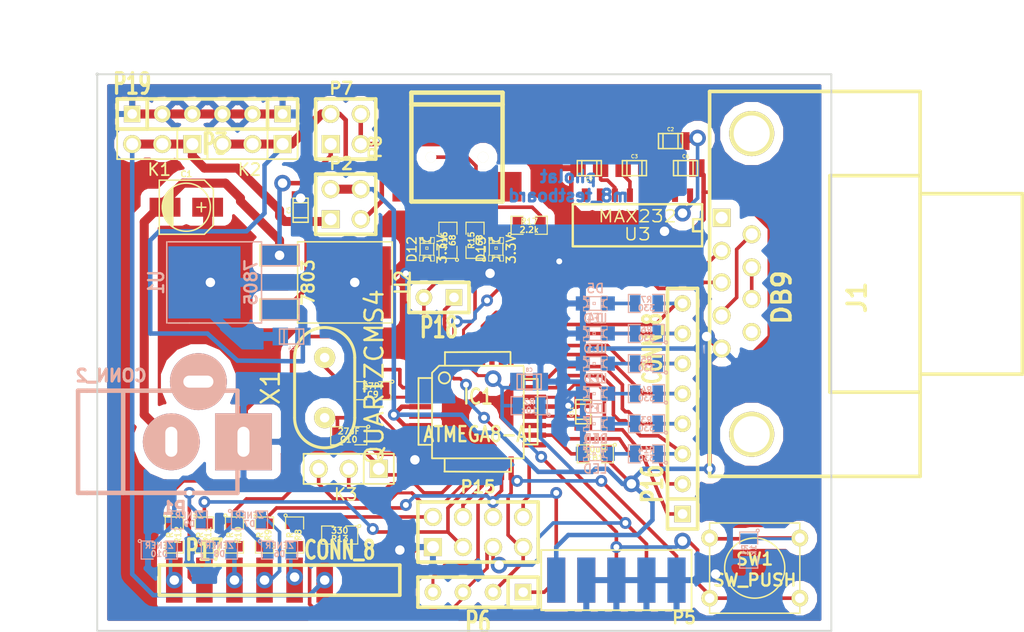
<source format=kicad_pcb>
(kicad_pcb (version 3) (host pcbnew "(2013-mar-13)-testing")
  (layers (15 F.Cu signal) (0 B.Cu signal) (18 B.Paste user) (19 F.Paste user) (20 B.SilkS user) (21 F.SilkS user) (22 B.Mask user) (23 F.Mask user) (28 Edge.Cuts user))
  (net 0 "")
  (net 1 /3.3V)
  (net 2 /5V)
  (net 3 /ARef)
  (net 4 /AVcc)
  (net 5 /CE)
  (net 6 /CSN)
  (net 7 /D0)
  (net 8 /D1)
  (net 9 /D2)
  (net 10 /D3)
  (net 11 /D4)
  (net 12 /D5)
  (net 13 /DC)
  (net 14 /Data+)
  (net 15 /Data-)
  (net 16 /IRQ)
  (net 17 /MISO)
  (net 18 /MOSI)
  (net 19 /N_RES)
  (net 20 /R1IN)
  (net 21 /RES)
  (net 22 /SCK)
  (net 23 /SS)
  (net 24 /T1OUT)
  (net 25 /TX)
  (net 26 GND)
  (net 27 N-000001)
  (net 28 N-0000010)
  (net 29 N-0000012)
  (net 30 N-0000013)
  (net 31 N-0000015)
  (net 32 N-0000016)
  (net 33 N-0000017)
  (net 34 N-000002)
  (net 35 N-0000022)
  (net 36 N-0000023)
  (net 37 N-0000024)
  (net 38 N-0000026)
  (net 39 N-000003)
  (net 40 N-0000031)
  (net 41 N-0000032)
  (net 42 N-0000033)
  (net 43 N-0000034)
  (net 44 N-0000038)
  (net 45 N-000004)
  (net 46 N-0000042)
  (net 47 N-0000045)
  (net 48 N-000005)
  (net 49 N-0000053)
  (net 50 N-0000054)
  (net 51 N-0000055)
  (net 52 N-0000056)
  (net 53 N-0000057)
  (net 54 N-0000058)
  (net 55 N-0000059)
  (net 56 N-000006)
  (net 57 N-0000060)
  (net 58 N-0000061)
  (net 59 N-0000062)
  (net 60 N-0000063)
  (net 61 N-0000066)
  (net 62 N-000007)
  (net 63 N-000008)
  (net 64 N-000009)
  (net 65 VAA)
  (net 66 VCC)
  (module SM0805 (layer F.Cu) (at 128.27 61.722 180)
    (fp_text reference C9 (at 0 -0.3175 180) (layer F.SilkS) (effects (font (size 0.50038 0.50038) (thickness 0.10922))))
    (fp_text value 27Pf (at 0 0.381 180) (layer F.SilkS) (effects (font (size 0.50038 0.50038) (thickness 0.10922))))
    (pad 1 smd rect (at -0.9525 0 180) (size 0.889 1.397) (layers F.Cu F.Paste F.Mask) (net 26 GND))
    (pad 2 smd rect (at 0.9525 0 180) (size 0.889 1.397) (layers F.Cu F.Paste F.Mask) (net 50 N-0000054))
  )
  (module SM0805 (layer F.Cu) (at 126.238 65.532 180)
    (fp_text reference C10 (at 0 -0.3175 180) (layer F.SilkS) (effects (font (size 0.50038 0.50038) (thickness 0.10922))))
    (fp_text value 27pF (at 0 0.381 180) (layer F.SilkS) (effects (font (size 0.50038 0.50038) (thickness 0.10922))))
    (pad 1 smd rect (at -0.9525 0 180) (size 0.889 1.397) (layers F.Cu F.Paste F.Mask) (net 26 GND))
    (pad 2 smd rect (at 0.9525 0 180) (size 0.889 1.397) (layers F.Cu F.Paste F.Mask) (net 49 N-0000053))
  )
  (module LED-0805 (layer B.Cu) (at 147.066 64.516 180)
    (fp_text reference D1 (at 0 1.27 180) (layer B.SilkS) (effects (font (size 0.762 0.762) (thickness 0.127)) (justify mirror)))
    (fp_text value LED (at 0 -1.27 180) (layer B.SilkS) (effects (font (size 0.762 0.762) (thickness 0.127)) (justify mirror)))
    (pad 1 smd rect (at -1.04902 0 180) (size 1.19888 1.19888) (layers B.Cu B.Paste B.Mask) (net 28 N-0000010))
    (pad 2 smd rect (at 1.04902 0 180) (size 1.19888 1.19888) (layers B.Cu B.Paste B.Mask) (net 26 GND))
  )
  (module LED-0805 (layer B.Cu) (at 147.066 61.976 180)
    (fp_text reference D2 (at 0 1.27 180) (layer B.SilkS) (effects (font (size 0.762 0.762) (thickness 0.127)) (justify mirror)))
    (fp_text value LED (at 0 -1.27 180) (layer B.SilkS) (effects (font (size 0.762 0.762) (thickness 0.127)) (justify mirror)))
    (pad 1 smd rect (at -1.04902 0 180) (size 1.19888 1.19888) (layers B.Cu B.Paste B.Mask) (net 64 N-000009))
    (pad 2 smd rect (at 1.04902 0 180) (size 1.19888 1.19888) (layers B.Cu B.Paste B.Mask) (net 26 GND))
  )
  (module LED-0805 (layer B.Cu) (at 147.066 59.436 180)
    (fp_text reference D3 (at 0 1.27 180) (layer B.SilkS) (effects (font (size 0.762 0.762) (thickness 0.127)) (justify mirror)))
    (fp_text value LED (at 0 -1.27 180) (layer B.SilkS) (effects (font (size 0.762 0.762) (thickness 0.127)) (justify mirror)))
    (pad 1 smd rect (at -1.04902 0 180) (size 1.19888 1.19888) (layers B.Cu B.Paste B.Mask) (net 63 N-000008))
    (pad 2 smd rect (at 1.04902 0 180) (size 1.19888 1.19888) (layers B.Cu B.Paste B.Mask) (net 26 GND))
  )
  (module LED-0805 (layer B.Cu) (at 147.066 56.896 180)
    (fp_text reference D4 (at 0 1.27 180) (layer B.SilkS) (effects (font (size 0.762 0.762) (thickness 0.127)) (justify mirror)))
    (fp_text value LED (at 0 -1.27 180) (layer B.SilkS) (effects (font (size 0.762 0.762) (thickness 0.127)) (justify mirror)))
    (pad 1 smd rect (at -1.04902 0 180) (size 1.19888 1.19888) (layers B.Cu B.Paste B.Mask) (net 62 N-000007))
    (pad 2 smd rect (at 1.04902 0 180) (size 1.19888 1.19888) (layers B.Cu B.Paste B.Mask) (net 26 GND))
  )
  (module LED-0805 (layer B.Cu) (at 147.066 54.356 180)
    (fp_text reference D5 (at 0 1.27 180) (layer B.SilkS) (effects (font (size 0.762 0.762) (thickness 0.127)) (justify mirror)))
    (fp_text value LED (at 0 -1.27 180) (layer B.SilkS) (effects (font (size 0.762 0.762) (thickness 0.127)) (justify mirror)))
    (pad 1 smd rect (at -1.04902 0 180) (size 1.19888 1.19888) (layers B.Cu B.Paste B.Mask) (net 56 N-000006))
    (pad 2 smd rect (at 1.04902 0 180) (size 1.19888 1.19888) (layers B.Cu B.Paste B.Mask) (net 26 GND))
  )
  (module SM0805 (layer B.Cu) (at 120.396 75.184)
    (fp_text reference D6 (at 0 0.3175) (layer B.SilkS) (effects (font (size 0.50038 0.50038) (thickness 0.10922)) (justify mirror)))
    (fp_text value ZENER (at 0 -0.381) (layer B.SilkS) (effects (font (size 0.50038 0.50038) (thickness 0.10922)) (justify mirror)))
    (pad 1 smd rect (at -0.9525 0) (size 0.889 1.397) (layers B.Cu B.Paste B.Mask) (net 26 GND))
    (pad 2 smd rect (at 0.9525 0) (size 0.889 1.397) (layers B.Cu B.Paste B.Mask) (net 44 N-0000038))
  )
  (module SM0805 (layer B.Cu) (at 117.856 72.644)
    (fp_text reference D7 (at 0 0.3175) (layer B.SilkS) (effects (font (size 0.50038 0.50038) (thickness 0.10922)) (justify mirror)))
    (fp_text value ZENER (at 0 -0.381) (layer B.SilkS) (effects (font (size 0.50038 0.50038) (thickness 0.10922)) (justify mirror)))
    (pad 1 smd rect (at -0.9525 0) (size 0.889 1.397) (layers B.Cu B.Paste B.Mask) (net 26 GND))
    (pad 2 smd rect (at 0.9525 0) (size 0.889 1.397) (layers B.Cu B.Paste B.Mask) (net 51 N-0000055))
  )
  (module SM0805 (layer B.Cu) (at 115.316 75.184)
    (fp_text reference D8 (at 0 0.3175) (layer B.SilkS) (effects (font (size 0.50038 0.50038) (thickness 0.10922)) (justify mirror)))
    (fp_text value ZENER (at 0 -0.381) (layer B.SilkS) (effects (font (size 0.50038 0.50038) (thickness 0.10922)) (justify mirror)))
    (pad 1 smd rect (at -0.9525 0) (size 0.889 1.397) (layers B.Cu B.Paste B.Mask) (net 26 GND))
    (pad 2 smd rect (at 0.9525 0) (size 0.889 1.397) (layers B.Cu B.Paste B.Mask) (net 53 N-0000057))
  )
  (module SM0805 (layer B.Cu) (at 112.776 72.644)
    (fp_text reference D9 (at 0 0.3175) (layer B.SilkS) (effects (font (size 0.50038 0.50038) (thickness 0.10922)) (justify mirror)))
    (fp_text value ZENER (at 0 -0.381) (layer B.SilkS) (effects (font (size 0.50038 0.50038) (thickness 0.10922)) (justify mirror)))
    (pad 1 smd rect (at -0.9525 0) (size 0.889 1.397) (layers B.Cu B.Paste B.Mask) (net 26 GND))
    (pad 2 smd rect (at 0.9525 0) (size 0.889 1.397) (layers B.Cu B.Paste B.Mask) (net 52 N-0000056))
  )
  (module SM0805 (layer B.Cu) (at 110.236 75.184)
    (fp_text reference D10 (at 0 0.3175) (layer B.SilkS) (effects (font (size 0.50038 0.50038) (thickness 0.10922)) (justify mirror)))
    (fp_text value ZENER (at 0 -0.381) (layer B.SilkS) (effects (font (size 0.50038 0.50038) (thickness 0.10922)) (justify mirror)))
    (pad 1 smd rect (at -0.9525 0) (size 0.889 1.397) (layers B.Cu B.Paste B.Mask) (net 26 GND))
    (pad 2 smd rect (at 0.9525 0) (size 0.889 1.397) (layers B.Cu B.Paste B.Mask) (net 61 N-0000066))
  )
  (module LED-0805 (layer B.Cu) (at 147.066 67.056 180)
    (fp_text reference D11 (at 0 1.27 180) (layer B.SilkS) (effects (font (size 0.762 0.762) (thickness 0.127)) (justify mirror)))
    (fp_text value LED (at 0 -1.27 180) (layer B.SilkS) (effects (font (size 0.762 0.762) (thickness 0.127)) (justify mirror)))
    (pad 1 smd rect (at -1.04902 0 180) (size 1.19888 1.19888) (layers B.Cu B.Paste B.Mask) (net 41 N-0000032))
    (pad 2 smd rect (at 1.04902 0 180) (size 1.19888 1.19888) (layers B.Cu B.Paste B.Mask) (net 26 GND))
  )
  (module LED-0805 (layer F.Cu) (at 132.842 49.784 90)
    (fp_text reference D12 (at 0 -1.27 90) (layer F.SilkS) (effects (font (size 0.762 0.762) (thickness 0.127))))
    (fp_text value 3.3V (at 0 1.27 90) (layer F.SilkS) (effects (font (size 0.762 0.762) (thickness 0.127))))
    (pad 1 smd rect (at -1.04902 0 90) (size 1.19888 1.19888) (layers F.Cu F.Paste F.Mask) (net 26 GND))
    (pad 2 smd rect (at 1.04902 0 90) (size 1.19888 1.19888) (layers F.Cu F.Paste F.Mask) (net 40 N-0000031))
  )
  (module LED-0805 (layer F.Cu) (at 138.684 49.784 90)
    (fp_text reference D13 (at 0 -1.27 90) (layer F.SilkS) (effects (font (size 0.762 0.762) (thickness 0.127))))
    (fp_text value 3.3V (at 0 1.27 90) (layer F.SilkS) (effects (font (size 0.762 0.762) (thickness 0.127))))
    (pad 1 smd rect (at -1.04902 0 90) (size 1.19888 1.19888) (layers F.Cu F.Paste F.Mask) (net 26 GND))
    (pad 2 smd rect (at 1.04902 0 90) (size 1.19888 1.19888) (layers F.Cu F.Paste F.Mask) (net 37 N-0000024))
  )
  (module TQFP32 (layer F.Cu) (at 137.16 63.5)
    (fp_text reference IC1 (at 0 -1.27) (layer F.SilkS) (effects (font (size 1.27 1.016) (thickness 0.2032))))
    (fp_text value ATMEGA8-AI (at 0 1.905) (layer F.SilkS) (effects (font (size 1.27 1.016) (thickness 0.2032))))
    (pad 8 smd rect (at -4.81584 2.77622) (size 1.99898 0.44958) (layers F.Cu F.Paste F.Mask) (net 49 N-0000053))
    (pad 7 smd rect (at -4.81584 1.97612) (size 1.99898 0.44958) (layers F.Cu F.Paste F.Mask) (net 50 N-0000054))
    (pad 6 smd rect (at -4.81584 1.17602) (size 1.99898 0.44958) (layers F.Cu F.Paste F.Mask) (net 66 VCC))
    (pad 5 smd rect (at -4.81584 0.37592) (size 1.99898 0.44958) (layers F.Cu F.Paste F.Mask) (net 26 GND))
    (pad 4 smd rect (at -4.81584 -0.42418) (size 1.99898 0.44958) (layers F.Cu F.Paste F.Mask) (net 66 VCC))
    (pad 3 smd rect (at -4.81584 -1.22428) (size 1.99898 0.44958) (layers F.Cu F.Paste F.Mask) (net 26 GND))
    (pad 2 smd rect (at -4.81584 -2.02438) (size 1.99898 0.44958) (layers F.Cu F.Paste F.Mask) (net 19 /N_RES))
    (pad 1 smd rect (at -4.81584 -2.82448) (size 1.99898 0.44958) (layers F.Cu F.Paste F.Mask) (net 14 /Data+))
    (pad 24 smd rect (at 4.7498 -2.8194) (size 1.99898 0.44958) (layers F.Cu F.Paste F.Mask) (net 8 /D1))
    (pad 17 smd rect (at 4.7498 2.794) (size 1.99898 0.44958) (layers F.Cu F.Paste F.Mask) (net 22 /SCK))
    (pad 18 smd rect (at 4.7498 1.9812) (size 1.99898 0.44958) (layers F.Cu F.Paste F.Mask) (net 4 /AVcc))
    (pad 19 smd rect (at 4.7498 1.1684) (size 1.99898 0.44958) (layers F.Cu F.Paste F.Mask) (net 32 N-0000016))
    (pad 20 smd rect (at 4.7498 0.381) (size 1.99898 0.44958) (layers F.Cu F.Paste F.Mask) (net 3 /ARef))
    (pad 21 smd rect (at 4.7498 -0.4318) (size 1.99898 0.44958) (layers F.Cu F.Paste F.Mask) (net 26 GND))
    (pad 22 smd rect (at 4.7498 -1.2192) (size 1.99898 0.44958) (layers F.Cu F.Paste F.Mask) (net 33 N-0000017))
    (pad 23 smd rect (at 4.7498 -2.032) (size 1.99898 0.44958) (layers F.Cu F.Paste F.Mask) (net 7 /D0))
    (pad 32 smd rect (at -2.82448 -4.826) (size 0.44958 1.99898) (layers F.Cu F.Paste F.Mask) (net 16 /IRQ))
    (pad 31 smd rect (at -2.02692 -4.826) (size 0.44958 1.99898) (layers F.Cu F.Paste F.Mask) (net 25 /TX))
    (pad 30 smd rect (at -1.22428 -4.826) (size 0.44958 1.99898) (layers F.Cu F.Paste F.Mask) (net 15 /Data-))
    (pad 29 smd rect (at -0.42672 -4.826) (size 0.44958 1.99898) (layers F.Cu F.Paste F.Mask) (net 21 /RES))
    (pad 28 smd rect (at 0.37592 -4.826) (size 0.44958 1.99898) (layers F.Cu F.Paste F.Mask) (net 12 /D5))
    (pad 27 smd rect (at 1.17348 -4.826) (size 0.44958 1.99898) (layers F.Cu F.Paste F.Mask) (net 11 /D4))
    (pad 26 smd rect (at 1.97612 -4.826) (size 0.44958 1.99898) (layers F.Cu F.Paste F.Mask) (net 10 /D3))
    (pad 25 smd rect (at 2.77368 -4.826) (size 0.44958 1.99898) (layers F.Cu F.Paste F.Mask) (net 9 /D2))
    (pad 9 smd rect (at -2.8194 4.7752) (size 0.44958 1.99898) (layers F.Cu F.Paste F.Mask) (net 13 /DC))
    (pad 10 smd rect (at -2.032 4.7752) (size 0.44958 1.99898) (layers F.Cu F.Paste F.Mask) (net 36 N-0000023))
    (pad 11 smd rect (at -1.2192 4.7752) (size 0.44958 1.99898) (layers F.Cu F.Paste F.Mask) (net 35 N-0000022))
    (pad 12 smd rect (at -0.4318 4.7752) (size 0.44958 1.99898) (layers F.Cu F.Paste F.Mask) (net 5 /CE))
    (pad 13 smd rect (at 0.3556 4.7752) (size 0.44958 1.99898) (layers F.Cu F.Paste F.Mask) (net 6 /CSN))
    (pad 14 smd rect (at 1.1684 4.7752) (size 0.44958 1.99898) (layers F.Cu F.Paste F.Mask) (net 23 /SS))
    (pad 15 smd rect (at 1.9812 4.7752) (size 0.44958 1.99898) (layers F.Cu F.Paste F.Mask) (net 18 /MOSI))
    (pad 16 smd rect (at 2.794 4.7752) (size 0.44958 1.99898) (layers F.Cu F.Paste F.Mask) (net 17 /MISO))
  )
  (module DB9FC (layer F.Cu) (at 159.004 52.578 270)
    (fp_text reference J1 (at 1.27 -10.16 270) (layer F.SilkS) (effects (font (thickness 0.3048))))
    (fp_text value DB9 (at 1.27 -3.81 270) (layer F.SilkS) (effects (font (thickness 0.3048))))
    (pad "" thru_hole circle (at 12.827 -1.27 270) (size 3.81 3.81) (drill 3.048) (layers *.Cu *.Mask F.SilkS))
    (pad "" thru_hole circle (at -12.573 -1.27 270) (size 3.81 3.81) (drill 3.048) (layers *.Cu *.Mask F.SilkS))
    (pad 1 thru_hole rect (at -5.461 1.27 270) (size 1.524 1.524) (drill 1.016) (layers *.Cu *.Mask F.SilkS) (net 60 N-0000063))
    (pad 2 thru_hole circle (at -2.667 1.27 270) (size 1.524 1.524) (drill 1.016) (layers *.Cu *.Mask F.SilkS) (net 24 /T1OUT))
    (pad 3 thru_hole circle (at 0 1.27 270) (size 1.524 1.524) (drill 1.016) (layers *.Cu *.Mask F.SilkS) (net 20 /R1IN))
    (pad 4 thru_hole circle (at 2.794 1.27 270) (size 1.524 1.524) (drill 1.016) (layers *.Cu *.Mask F.SilkS) (net 30 N-0000013))
    (pad 5 thru_hole circle (at 5.588 1.27 270) (size 1.524 1.524) (drill 1.016) (layers *.Cu *.Mask F.SilkS) (net 26 GND))
    (pad 6 thru_hole circle (at -4.064 -1.27 270) (size 1.524 1.524) (drill 1.016) (layers *.Cu *.Mask F.SilkS) (net 30 N-0000013))
    (pad 7 thru_hole circle (at -1.27 -1.27 270) (size 1.524 1.524) (drill 1.016) (layers *.Cu *.Mask F.SilkS) (net 29 N-0000012))
    (pad 8 thru_hole circle (at 1.397 -1.27 270) (size 1.524 1.524) (drill 1.016) (layers *.Cu *.Mask F.SilkS) (net 29 N-0000012))
    (pad 9 thru_hole circle (at 4.191 -1.27 270) (size 1.524 1.524) (drill 1.016) (layers *.Cu *.Mask F.SilkS) (net 59 N-0000062))
  )
  (module PIN_ARRAY_3X1 (layer F.Cu) (at 110.49 40.894 180)
    (fp_text reference K1 (at 0.254 -2.159 180) (layer F.SilkS) (effects (font (size 1.016 1.016) (thickness 0.1524))))
    (fp_text value CONN_3 hide)
    (pad 1 thru_hole rect (at -2.54 0 180) (size 1.524 1.524) (drill 1.016) (layers *.Cu *.Mask F.SilkS) (net 1 /3.3V))
    (pad 2 thru_hole circle (at 0 0 180) (size 1.524 1.524) (drill 1.016) (layers *.Cu *.Mask F.SilkS) (net 1 /3.3V))
    (pad 3 thru_hole circle (at 2.54 0 180) (size 1.524 1.524) (drill 1.016) (layers *.Cu *.Mask F.SilkS) (net 1 /3.3V))
  )
  (module PIN_ARRAY_3X1 (layer F.Cu) (at 118.11 40.894 180)
    (fp_text reference K2 (at 0.254 -2.159 180) (layer F.SilkS) (effects (font (size 1.016 1.016) (thickness 0.1524))))
    (fp_text value CONN_3 hide)
    (pad 1 thru_hole rect (at -2.54 0 180) (size 1.524 1.524) (drill 1.016) (layers *.Cu *.Mask F.SilkS) (net 2 /5V))
    (pad 2 thru_hole circle (at 0 0 180) (size 1.524 1.524) (drill 1.016) (layers *.Cu *.Mask F.SilkS) (net 2 /5V))
    (pad 3 thru_hole circle (at 2.54 0 180) (size 1.524 1.524) (drill 1.016) (layers *.Cu *.Mask F.SilkS) (net 2 /5V))
  )
  (module PIN_ARRAY_3X1 (layer F.Cu) (at 126.238 68.326 180)
    (fp_text reference K3 (at 0.254 -2.159 180) (layer F.SilkS) (effects (font (size 1.016 1.016) (thickness 0.1524))))
    (fp_text value CONN_3 hide)
    (pad 1 thru_hole rect (at -2.54 0 180) (size 1.524 1.524) (drill 1.016) (layers *.Cu *.Mask F.SilkS) (net 13 /DC))
    (pad 2 thru_hole circle (at 0 0 180) (size 1.524 1.524) (drill 1.016) (layers *.Cu *.Mask F.SilkS) (net 36 N-0000023))
    (pad 3 thru_hole circle (at 2.54 0 180) (size 1.524 1.524) (drill 1.016) (layers *.Cu *.Mask F.SilkS) (net 35 N-0000022))
  )
  (module PIN_ARRAY_2X2 (layer F.Cu) (at 125.984 45.974)
    (fp_text reference P2 (at -0.381 -3.429) (layer F.SilkS) (effects (font (size 1.016 1.016) (thickness 0.2032))))
    (fp_text value CONN_2X2 hide)
    (pad 1 thru_hole rect (at -1.27 1.27) (size 1.524 1.524) (drill 1.016) (layers *.Cu *.Mask F.SilkS) (net 1 /3.3V))
    (pad 2 thru_hole circle (at -1.27 -1.27) (size 1.524 1.524) (drill 1.016) (layers *.Cu *.Mask F.SilkS) (net 66 VCC))
    (pad 3 thru_hole circle (at 1.27 1.27) (size 1.524 1.524) (drill 1.016) (layers *.Cu *.Mask F.SilkS) (net 2 /5V))
    (pad 4 thru_hole circle (at 1.27 -1.27) (size 1.524 1.524) (drill 1.016) (layers *.Cu *.Mask F.SilkS) (net 66 VCC))
  )
  (module SIL-5 (layer F.Cu) (at 114.3 38.354 180)
    (fp_text reference P3 (at -0.635 -2.54 180) (layer F.SilkS) (effects (font (size 1.72974 1.08712) (thickness 0.3048))))
    (fp_text value CONN_5 hide)
    (pad 1 thru_hole rect (at -6.35 0 180) (size 1.397 1.397) (drill 0.8128) (layers *.Cu *.Mask F.SilkS) (net 26 GND))
    (pad 2 thru_hole circle (at -3.81 0 180) (size 1.397 1.397) (drill 0.8128) (layers *.Cu *.Mask F.SilkS) (net 26 GND))
    (pad 3 thru_hole circle (at -1.27 0 180) (size 1.397 1.397) (drill 0.8128) (layers *.Cu *.Mask F.SilkS) (net 26 GND))
    (pad 4 thru_hole circle (at 1.27 0 180) (size 1.397 1.397) (drill 0.8128) (layers *.Cu *.Mask F.SilkS) (net 26 GND))
    (pad 5 thru_hole circle (at 3.81 0 180) (size 1.397 1.397) (drill 0.8128) (layers *.Cu *.Mask F.SilkS) (net 26 GND))
  )
  (module ISP_SMD (layer F.Cu) (at 147.574 77.724)
    (fp_text reference P5 (at 6.985 3.175) (layer F.SilkS) (effects (font (size 1.016 1.016) (thickness 0.2032))))
    (fp_text value CONN_10 hide)
    (pad 1 smd rect (at -3.81 0 180) (size 1.524 3.81) (layers B.Cu F.Paste F.Mask) (net 66 VCC))
    (pad 2 smd rect (at 6.35 0 180) (size 1.524 3.81) (layers B.Cu F.Paste F.Mask) (net 26 GND))
    (pad 3 smd rect (at 1.27 0 180) (size 1.524 3.81) (layers B.Cu F.Paste F.Mask) (net 26 GND))
    (pad 4 smd rect (at 3.81 0 180) (size 1.524 3.81) (layers B.Cu F.Paste F.Mask) (net 26 GND))
    (pad 5 smd rect (at -1.27 0 180) (size 1.524 3.81) (layers B.Cu F.Paste F.Mask) (net 26 GND))
    (pad 6 smd rect (at 6.35 0 180) (size 1.524 3.81) (layers F.Cu F.Paste F.Mask) (net 17 /MISO))
    (pad 7 smd rect (at 3.81 0 180) (size 1.524 3.81) (layers F.Cu F.Paste F.Mask) (net 22 /SCK))
    (pad 8 smd rect (at 1.27 0 180) (size 1.524 3.81) (layers F.Cu F.Paste F.Mask) (net 21 /RES))
    (pad 9 smd rect (at -1.27 0 180) (size 1.524 3.81) (layers F.Cu F.Paste F.Mask) (net 38 N-0000026))
    (pad 10 smd rect (at -3.81 0 180) (size 1.524 3.81) (layers F.Cu F.Paste F.Mask) (net 18 /MOSI))
  )
  (module SIL-8 (layer F.Cu) (at 154.432 63.246 90)
    (fp_text reference P16 (at -6.35 -2.54 90) (layer F.SilkS) (effects (font (size 1.72974 1.08712) (thickness 0.3048))))
    (fp_text value CONN_8 (at 5.08 -2.54 90) (layer F.SilkS) (effects (font (size 1.524 1.016) (thickness 0.3048))))
    (pad 1 thru_hole rect (at -8.89 0 90) (size 1.397 1.397) (drill 0.8128) (layers *.Cu *.Mask F.SilkS) (net 32 N-0000016))
    (pad 2 thru_hole circle (at -6.35 0 90) (size 1.397 1.397) (drill 0.8128) (layers *.Cu *.Mask F.SilkS) (net 33 N-0000017))
    (pad 3 thru_hole circle (at -3.81 0 90) (size 1.397 1.397) (drill 0.8128) (layers *.Cu *.Mask F.SilkS) (net 7 /D0))
    (pad 4 thru_hole circle (at -1.27 0 90) (size 1.397 1.397) (drill 0.8128) (layers *.Cu *.Mask F.SilkS) (net 8 /D1))
    (pad 5 thru_hole circle (at 1.27 0 90) (size 1.397 1.397) (drill 0.8128) (layers *.Cu *.Mask F.SilkS) (net 9 /D2))
    (pad 6 thru_hole circle (at 3.81 0 90) (size 1.397 1.397) (drill 0.8128) (layers *.Cu *.Mask F.SilkS) (net 10 /D3))
    (pad 7 thru_hole circle (at 6.35 0 90) (size 1.397 1.397) (drill 0.8128) (layers *.Cu *.Mask F.SilkS) (net 11 /D4))
    (pad 8 thru_hole circle (at 8.89 0 90) (size 1.397 1.397) (drill 0.8128) (layers *.Cu *.Mask F.SilkS) (net 12 /D5))
  )
  (module SIL-2 (layer F.Cu) (at 133.858 53.848 180)
    (fp_text reference P18 (at 0 -2.54 180) (layer F.SilkS) (effects (font (size 1.72974 1.08712) (thickness 0.3048))))
    (fp_text value CONN_2 hide)
    (pad 1 thru_hole rect (at -1.27 0 180) (size 1.397 1.397) (drill 0.8128) (layers *.Cu *.Mask F.SilkS) (net 16 /IRQ))
    (pad 2 thru_hole circle (at 1.27 0 180) (size 1.397 1.397) (drill 0.8128) (layers *.Cu *.Mask F.SilkS) (net 14 /Data+))
  )
  (module SIL-1 (layer F.Cu) (at 107.95 38.354)
    (fp_text reference P19 (at 0 -2.54) (layer F.SilkS) (effects (font (size 1.72974 1.08712) (thickness 0.27178))))
    (fp_text value CONN_1 hide)
    (pad 1 thru_hole rect (at 0 0) (size 1.397 1.397) (drill 0.8128) (layers *.Cu *.Mask F.SilkS) (net 26 GND))
  )
  (module SM0805 (layer B.Cu) (at 160.02 75.184 270)
    (fp_text reference R1 (at 0 0.3175 270) (layer B.SilkS) (effects (font (size 0.50038 0.50038) (thickness 0.10922)) (justify mirror)))
    (fp_text value 1k (at 0 -0.381 270) (layer B.SilkS) (effects (font (size 0.50038 0.50038) (thickness 0.10922)) (justify mirror)))
    (pad 1 smd rect (at -0.9525 0 270) (size 0.889 1.397) (layers B.Cu B.Paste B.Mask) (net 43 N-0000034))
    (pad 2 smd rect (at 0.9525 0 270) (size 0.889 1.397) (layers B.Cu B.Paste B.Mask) (net 26 GND))
  )
  (module SM0805 (layer B.Cu) (at 141.478 62.992 180)
    (fp_text reference R2 (at 0 0.3175 180) (layer B.SilkS) (effects (font (size 0.50038 0.50038) (thickness 0.10922)) (justify mirror)))
    (fp_text value 10k (at 0 -0.381 180) (layer B.SilkS) (effects (font (size 0.50038 0.50038) (thickness 0.10922)) (justify mirror)))
    (pad 1 smd rect (at -0.9525 0 180) (size 0.889 1.397) (layers B.Cu B.Paste B.Mask) (net 66 VCC))
    (pad 2 smd rect (at 0.9525 0 180) (size 0.889 1.397) (layers B.Cu B.Paste B.Mask) (net 21 /RES))
  )
  (module SM0805 (layer B.Cu) (at 151.384 64.516 180)
    (fp_text reference R3 (at 0 0.3175 180) (layer B.SilkS) (effects (font (size 0.50038 0.50038) (thickness 0.10922)) (justify mirror)))
    (fp_text value 330 (at 0 -0.381 180) (layer B.SilkS) (effects (font (size 0.50038 0.50038) (thickness 0.10922)) (justify mirror)))
    (pad 1 smd rect (at -0.9525 0 180) (size 0.889 1.397) (layers B.Cu B.Paste B.Mask) (net 8 /D1))
    (pad 2 smd rect (at 0.9525 0 180) (size 0.889 1.397) (layers B.Cu B.Paste B.Mask) (net 28 N-0000010))
  )
  (module SM0805 (layer B.Cu) (at 151.384 61.976 180)
    (fp_text reference R4 (at 0 0.3175 180) (layer B.SilkS) (effects (font (size 0.50038 0.50038) (thickness 0.10922)) (justify mirror)))
    (fp_text value 330 (at 0 -0.381 180) (layer B.SilkS) (effects (font (size 0.50038 0.50038) (thickness 0.10922)) (justify mirror)))
    (pad 1 smd rect (at -0.9525 0 180) (size 0.889 1.397) (layers B.Cu B.Paste B.Mask) (net 9 /D2))
    (pad 2 smd rect (at 0.9525 0 180) (size 0.889 1.397) (layers B.Cu B.Paste B.Mask) (net 64 N-000009))
  )
  (module SM0805 (layer B.Cu) (at 151.384 59.436 180)
    (fp_text reference R5 (at 0 0.3175 180) (layer B.SilkS) (effects (font (size 0.50038 0.50038) (thickness 0.10922)) (justify mirror)))
    (fp_text value 330 (at 0 -0.381 180) (layer B.SilkS) (effects (font (size 0.50038 0.50038) (thickness 0.10922)) (justify mirror)))
    (pad 1 smd rect (at -0.9525 0 180) (size 0.889 1.397) (layers B.Cu B.Paste B.Mask) (net 10 /D3))
    (pad 2 smd rect (at 0.9525 0 180) (size 0.889 1.397) (layers B.Cu B.Paste B.Mask) (net 63 N-000008))
  )
  (module SM0805 (layer B.Cu) (at 151.384 56.896 180)
    (fp_text reference R6 (at 0 0.3175 180) (layer B.SilkS) (effects (font (size 0.50038 0.50038) (thickness 0.10922)) (justify mirror)))
    (fp_text value 330 (at 0 -0.381 180) (layer B.SilkS) (effects (font (size 0.50038 0.50038) (thickness 0.10922)) (justify mirror)))
    (pad 1 smd rect (at -0.9525 0 180) (size 0.889 1.397) (layers B.Cu B.Paste B.Mask) (net 11 /D4))
    (pad 2 smd rect (at 0.9525 0 180) (size 0.889 1.397) (layers B.Cu B.Paste B.Mask) (net 62 N-000007))
  )
  (module SM0805 (layer B.Cu) (at 151.384 54.356 180)
    (fp_text reference R7 (at 0 0.3175 180) (layer B.SilkS) (effects (font (size 0.50038 0.50038) (thickness 0.10922)) (justify mirror)))
    (fp_text value 330 (at 0 -0.381 180) (layer B.SilkS) (effects (font (size 0.50038 0.50038) (thickness 0.10922)) (justify mirror)))
    (pad 1 smd rect (at -0.9525 0 180) (size 0.889 1.397) (layers B.Cu B.Paste B.Mask) (net 12 /D5))
    (pad 2 smd rect (at 0.9525 0 180) (size 0.889 1.397) (layers B.Cu B.Paste B.Mask) (net 56 N-000006))
  )
  (module SM0805 (layer F.Cu) (at 121.666 73.914 270)
    (fp_text reference R8 (at 0 -0.3175 270) (layer F.SilkS) (effects (font (size 0.50038 0.50038) (thickness 0.10922))))
    (fp_text value R (at 0 0.381 270) (layer F.SilkS) (effects (font (size 0.50038 0.50038) (thickness 0.10922))))
    (pad 1 smd rect (at -0.9525 0 270) (size 0.889 1.397) (layers F.Cu F.Paste F.Mask) (net 22 /SCK))
    (pad 2 smd rect (at 0.9525 0 270) (size 0.889 1.397) (layers F.Cu F.Paste F.Mask) (net 44 N-0000038))
  )
  (module SM0805 (layer F.Cu) (at 119.126 73.914 270)
    (fp_text reference R9 (at 0 -0.3175 270) (layer F.SilkS) (effects (font (size 0.50038 0.50038) (thickness 0.10922))))
    (fp_text value R (at 0 0.381 270) (layer F.SilkS) (effects (font (size 0.50038 0.50038) (thickness 0.10922))))
    (pad 1 smd rect (at -0.9525 0 270) (size 0.889 1.397) (layers F.Cu F.Paste F.Mask) (net 18 /MOSI))
    (pad 2 smd rect (at 0.9525 0 270) (size 0.889 1.397) (layers F.Cu F.Paste F.Mask) (net 51 N-0000055))
  )
  (module SM0805 (layer F.Cu) (at 116.586 73.914 270)
    (fp_text reference R10 (at 0 -0.3175 270) (layer F.SilkS) (effects (font (size 0.50038 0.50038) (thickness 0.10922))))
    (fp_text value R (at 0 0.381 270) (layer F.SilkS) (effects (font (size 0.50038 0.50038) (thickness 0.10922))))
    (pad 1 smd rect (at -0.9525 0 270) (size 0.889 1.397) (layers F.Cu F.Paste F.Mask) (net 13 /DC))
    (pad 2 smd rect (at 0.9525 0 270) (size 0.889 1.397) (layers F.Cu F.Paste F.Mask) (net 53 N-0000057))
  )
  (module SM0805 (layer F.Cu) (at 114.046 73.914 270)
    (fp_text reference R11 (at 0 -0.3175 270) (layer F.SilkS) (effects (font (size 0.50038 0.50038) (thickness 0.10922))))
    (fp_text value R (at 0 0.381 270) (layer F.SilkS) (effects (font (size 0.50038 0.50038) (thickness 0.10922))))
    (pad 1 smd rect (at -0.9525 0 270) (size 0.889 1.397) (layers F.Cu F.Paste F.Mask) (net 5 /CE))
    (pad 2 smd rect (at 0.9525 0 270) (size 0.889 1.397) (layers F.Cu F.Paste F.Mask) (net 52 N-0000056))
  )
  (module SM0805 (layer F.Cu) (at 111.506 73.914 270)
    (fp_text reference R12 (at 0 -0.3175 270) (layer F.SilkS) (effects (font (size 0.50038 0.50038) (thickness 0.10922))))
    (fp_text value R (at 0 0.381 270) (layer F.SilkS) (effects (font (size 0.50038 0.50038) (thickness 0.10922))))
    (pad 1 smd rect (at -0.9525 0 270) (size 0.889 1.397) (layers F.Cu F.Paste F.Mask) (net 19 /N_RES))
    (pad 2 smd rect (at 0.9525 0 270) (size 0.889 1.397) (layers F.Cu F.Paste F.Mask) (net 61 N-0000066))
  )
  (module SM0805 (layer F.Cu) (at 125.476 73.914 180)
    (fp_text reference R13 (at 0 -0.3175 180) (layer F.SilkS) (effects (font (size 0.50038 0.50038) (thickness 0.10922))))
    (fp_text value 330 (at 0 0.381 180) (layer F.SilkS) (effects (font (size 0.50038 0.50038) (thickness 0.10922))))
    (pad 1 smd rect (at -0.9525 0 180) (size 0.889 1.397) (layers F.Cu F.Paste F.Mask) (net 42 N-0000033))
    (pad 2 smd rect (at 0.9525 0 180) (size 0.889 1.397) (layers F.Cu F.Paste F.Mask) (net 1 /3.3V))
  )
  (module SM0805 (layer B.Cu) (at 151.384 67.056 180)
    (fp_text reference R14 (at 0 0.3175 180) (layer B.SilkS) (effects (font (size 0.50038 0.50038) (thickness 0.10922)) (justify mirror)))
    (fp_text value 330 (at 0 -0.381 180) (layer B.SilkS) (effects (font (size 0.50038 0.50038) (thickness 0.10922)) (justify mirror)))
    (pad 1 smd rect (at -0.9525 0 180) (size 0.889 1.397) (layers B.Cu B.Paste B.Mask) (net 7 /D0))
    (pad 2 smd rect (at 0.9525 0 180) (size 0.889 1.397) (layers B.Cu B.Paste B.Mask) (net 41 N-0000032))
  )
  (module SM0805 (layer F.Cu) (at 136.906 49.022 90)
    (fp_text reference R15 (at 0 -0.3175 90) (layer F.SilkS) (effects (font (size 0.50038 0.50038) (thickness 0.10922))))
    (fp_text value 68 (at 0 0.381 90) (layer F.SilkS) (effects (font (size 0.50038 0.50038) (thickness 0.10922))))
    (pad 1 smd rect (at -0.9525 0 90) (size 0.889 1.397) (layers F.Cu F.Paste F.Mask) (net 15 /Data-))
    (pad 2 smd rect (at 0.9525 0 90) (size 0.889 1.397) (layers F.Cu F.Paste F.Mask) (net 37 N-0000024))
  )
  (module SM0805 (layer F.Cu) (at 134.62 49.022 90)
    (fp_text reference R16 (at 0 -0.3175 90) (layer F.SilkS) (effects (font (size 0.50038 0.50038) (thickness 0.10922))))
    (fp_text value 68 (at 0 0.381 90) (layer F.SilkS) (effects (font (size 0.50038 0.50038) (thickness 0.10922))))
    (pad 1 smd rect (at -0.9525 0 90) (size 0.889 1.397) (layers F.Cu F.Paste F.Mask) (net 14 /Data+))
    (pad 2 smd rect (at 0.9525 0 90) (size 0.889 1.397) (layers F.Cu F.Paste F.Mask) (net 40 N-0000031))
  )
  (module SM0805 (layer F.Cu) (at 141.478 47.752)
    (fp_text reference R17 (at 0 -0.3175) (layer F.SilkS) (effects (font (size 0.50038 0.50038) (thickness 0.10922))))
    (fp_text value 2.2k (at 0 0.381) (layer F.SilkS) (effects (font (size 0.50038 0.50038) (thickness 0.10922))))
    (pad 1 smd rect (at -0.9525 0) (size 0.889 1.397) (layers F.Cu F.Paste F.Mask) (net 37 N-0000024))
    (pad 2 smd rect (at 0.9525 0) (size 0.889 1.397) (layers F.Cu F.Paste F.Mask) (net 47 N-0000045))
  )
  (module SW_PUSH_SMALL (layer F.Cu) (at 160.528 76.708)
    (fp_text reference SW1 (at 0 -0.762) (layer F.SilkS) (effects (font (size 1.016 1.016) (thickness 0.2032))))
    (fp_text value SW_PUSH (at 0 1.016) (layer F.SilkS) (effects (font (size 1.016 1.016) (thickness 0.2032))))
    (pad 1 thru_hole circle (at 3.81 -2.54) (size 1.397 1.397) (drill 0.8128) (layers *.Cu *.Mask F.SilkS) (net 43 N-0000034))
    (pad 2 thru_hole circle (at 3.81 2.54) (size 1.397 1.397) (drill 0.8128) (layers *.Cu *.Mask F.SilkS) (net 21 /RES))
    (pad 1 thru_hole circle (at -3.81 -2.54) (size 1.397 1.397) (drill 0.8128) (layers *.Cu *.Mask F.SilkS) (net 43 N-0000034))
    (pad 2 thru_hole circle (at -3.81 2.54) (size 1.397 1.397) (drill 0.8128) (layers *.Cu *.Mask F.SilkS) (net 21 /RES))
  )
  (module DPAK2 (layer B.Cu) (at 120.396 52.578 270)
    (fp_text reference U1 (at 0 10.414 270) (layer B.SilkS) (effects (font (size 1.27 1.016) (thickness 0.2032)) (justify mirror)))
    (fp_text value 7805 (at 0 2.413 270) (layer B.SilkS) (effects (font (size 1.016 1.016) (thickness 0.2032)) (justify mirror)))
    (pad 1 smd rect (at -2.286 0 270) (size 1.651 3.048) (layers B.Cu B.Paste B.Mask) (net 65 VAA))
    (pad 2 smd rect (at 0 6.35 270) (size 6.096 6.096) (layers B.Cu B.Paste B.Mask) (net 26 GND))
    (pad 3 smd rect (at 2.286 0 270) (size 1.651 3.048) (layers B.Cu B.Paste B.Mask) (net 2 /5V))
  )
  (module DPAK2 (layer F.Cu) (at 120.396 52.578 270)
    (fp_text reference U2 (at 0 -10.414 270) (layer F.SilkS) (effects (font (size 1.27 1.016) (thickness 0.2032))))
    (fp_text value 7803 (at 0 -2.413 270) (layer F.SilkS) (effects (font (size 1.016 1.016) (thickness 0.2032))))
    (pad 1 smd rect (at -2.286 0 270) (size 1.651 3.048) (layers F.Cu F.Paste F.Mask) (net 65 VAA))
    (pad 2 smd rect (at 0 -6.35 270) (size 6.096 6.096) (layers F.Cu F.Paste F.Mask) (net 26 GND))
    (pad 3 smd rect (at 2.286 0 270) (size 1.651 3.048) (layers F.Cu F.Paste F.Mask) (net 1 /3.3V))
  )
  (module SO16E (layer F.Cu) (at 150.622 47.752 180)
    (fp_text reference U3 (at 0 -0.762 180) (layer F.SilkS) (effects (font (size 1.016 1.143) (thickness 0.127))))
    (fp_text value MAX232 (at 0 0.762 180) (layer F.SilkS) (effects (font (size 1.016 1.143) (thickness 0.127))))
    (pad 1 smd rect (at -4.445 2.54 180) (size 0.508 1.143) (layers F.Cu F.Paste F.Mask) (net 48 N-000005))
    (pad 2 smd rect (at -3.175 2.54 180) (size 0.508 1.143) (layers F.Cu F.Paste F.Mask) (net 31 N-0000015))
    (pad 3 smd rect (at -1.905 2.54 180) (size 0.508 1.143) (layers F.Cu F.Paste F.Mask) (net 45 N-000004))
    (pad 4 smd rect (at -0.635 2.54 180) (size 0.508 1.143) (layers F.Cu F.Paste F.Mask) (net 39 N-000003))
    (pad 5 smd rect (at 0.635 2.54 180) (size 0.508 1.143) (layers F.Cu F.Paste F.Mask) (net 34 N-000002))
    (pad 6 smd rect (at 1.905 2.54 180) (size 0.508 1.143) (layers F.Cu F.Paste F.Mask) (net 27 N-000001))
    (pad 7 smd rect (at 3.175 2.54 180) (size 0.508 1.143) (layers F.Cu F.Paste F.Mask) (net 57 N-0000060))
    (pad 8 smd rect (at 4.445 2.54 180) (size 0.508 1.143) (layers F.Cu F.Paste F.Mask) (net 58 N-0000061))
    (pad 9 smd rect (at 4.445 -2.54 180) (size 0.508 1.143) (layers F.Cu F.Paste F.Mask) (net 54 N-0000058))
    (pad 10 smd rect (at 3.175 -2.54 180) (size 0.508 1.143) (layers F.Cu F.Paste F.Mask) (net 55 N-0000059))
    (pad 11 smd rect (at 1.905 -2.54 180) (size 0.508 1.143) (layers F.Cu F.Paste F.Mask) (net 15 /Data-))
    (pad 12 smd rect (at 0.635 -2.54 180) (size 0.508 1.143) (layers F.Cu F.Paste F.Mask) (net 25 /TX))
    (pad 13 smd rect (at -0.635 -2.54 180) (size 0.508 1.143) (layers F.Cu F.Paste F.Mask) (net 20 /R1IN))
    (pad 14 smd rect (at -1.905 -2.54 180) (size 0.508 1.143) (layers F.Cu F.Paste F.Mask) (net 24 /T1OUT))
    (pad 15 smd rect (at -3.175 -2.54 180) (size 0.508 1.143) (layers F.Cu F.Paste F.Mask) (net 26 GND))
    (pad 16 smd rect (at -4.445 -2.54 180) (size 0.508 1.143) (layers F.Cu F.Paste F.Mask) (net 66 VCC))
  )
  (module SIL-4 (layer F.Cu) (at 137.16 78.74 180)
    (fp_text reference P6 (at 0 -2.54 180) (layer F.SilkS) (effects (font (size 1.73482 1.08712) (thickness 0.3048))))
    (fp_text value CONN_4 hide)
    (pad 1 thru_hole rect (at -3.81 0 180) (size 1.397 1.397) (drill 0.8128) (layers *.Cu *.Mask F.SilkS) (net 18 /MOSI))
    (pad 2 thru_hole circle (at -1.27 0 180) (size 1.397 1.397) (drill 0.8128) (layers *.Cu *.Mask F.SilkS) (net 17 /MISO))
    (pad 3 thru_hole circle (at 1.27 0 180) (size 1.397 1.397) (drill 0.8128) (layers *.Cu *.Mask F.SilkS) (net 22 /SCK))
    (pad 4 thru_hole circle (at 3.81 0 180) (size 1.397 1.397) (drill 0.8128) (layers *.Cu *.Mask F.SilkS) (net 23 /SS))
  )
  (module pin_array_4x2 (layer F.Cu) (at 137.16 73.66)
    (fp_text reference P15 (at 0 -3.81) (layer F.SilkS) (effects (font (size 1.016 1.016) (thickness 0.2032))))
    (fp_text value CONN_4X2 hide)
    (pad 1 thru_hole rect (at -3.81 1.27) (size 1.524 1.524) (drill 1.016) (layers *.Cu *.Mask F.SilkS) (net 26 GND))
    (pad 2 thru_hole circle (at -3.81 -1.27) (size 1.524 1.524) (drill 1.016) (layers *.Cu *.Mask F.SilkS) (net 1 /3.3V))
    (pad 3 thru_hole circle (at -1.27 1.27) (size 1.524 1.524) (drill 1.016) (layers *.Cu *.Mask F.SilkS) (net 5 /CE))
    (pad 4 thru_hole circle (at -1.27 -1.27) (size 1.524 1.524) (drill 1.016) (layers *.Cu *.Mask F.SilkS) (net 6 /CSN))
    (pad 5 thru_hole circle (at 1.27 1.27) (size 1.524 1.524) (drill 1.016) (layers *.Cu *.Mask F.SilkS) (net 22 /SCK))
    (pad 6 thru_hole circle (at 1.27 -1.27) (size 1.524 1.524) (drill 1.016) (layers *.Cu *.Mask F.SilkS) (net 18 /MOSI))
    (pad 7 thru_hole circle (at 3.81 1.27) (size 1.524 1.524) (drill 1.016) (layers *.Cu *.Mask F.SilkS) (net 17 /MISO))
    (pad 8 thru_hole circle (at 3.81 -1.27) (size 1.524 1.524) (drill 1.016) (layers *.Cu *.Mask F.SilkS) (net 16 /IRQ))
  )
  (module c_0805 (layer F.Cu) (at 153.416 40.64)
    (fp_text reference C2 (at 0 -0.9906) (layer F.SilkS) (effects (font (size 0.29972 0.29972) (thickness 0.06096))))
    (fp_text value 1uF hide)
    (pad 1 smd rect (at 0.9525 0) (size 1.30048 1.4986) (layers F.Cu F.Paste F.Mask) (net 48 N-000005))
    (pad 2 smd rect (at -0.9525 0) (size 1.30048 1.4986) (layers F.Cu F.Paste F.Mask) (net 45 N-000004))
  )
  (module c_0805 (layer F.Cu) (at 150.368 42.926)
    (fp_text reference C3 (at 0 -0.9906) (layer F.SilkS) (effects (font (size 0.29972 0.29972) (thickness 0.06096))))
    (fp_text value 1uF hide)
    (pad 1 smd rect (at 0.9525 0) (size 1.30048 1.4986) (layers F.Cu F.Paste F.Mask) (net 39 N-000003))
    (pad 2 smd rect (at -0.9525 0) (size 1.30048 1.4986) (layers F.Cu F.Paste F.Mask) (net 34 N-000002))
  )
  (module c_0805 (layer B.Cu) (at 121.412 57.15)
    (fp_text reference C4 (at 0 0.9906) (layer B.SilkS) (effects (font (size 0.29972 0.29972) (thickness 0.06096)) (justify mirror)))
    (fp_text value 0,1uF hide)
    (pad 1 smd rect (at 0.9525 0) (size 1.30048 1.4986) (layers B.Cu B.Paste B.Mask) (net 2 /5V))
    (pad 2 smd rect (at -0.9525 0) (size 1.30048 1.4986) (layers B.Cu B.Paste B.Mask) (net 26 GND))
  )
  (module c_0805 (layer F.Cu) (at 122.174 46.482 90)
    (fp_text reference C5 (at 0 -0.9906 90) (layer F.SilkS) (effects (font (size 0.29972 0.29972) (thickness 0.06096))))
    (fp_text value 0,1uF hide)
    (pad 1 smd rect (at 0.9525 0 90) (size 1.30048 1.4986) (layers F.Cu F.Paste F.Mask) (net 26 GND))
    (pad 2 smd rect (at -0.9525 0 90) (size 1.30048 1.4986) (layers F.Cu F.Paste F.Mask) (net 1 /3.3V))
  )
  (module c_0805 (layer F.Cu) (at 154.686 42.926)
    (fp_text reference C6 (at 0 -0.9906) (layer F.SilkS) (effects (font (size 0.29972 0.29972) (thickness 0.06096))))
    (fp_text value 1uF hide)
    (pad 1 smd rect (at 0.9525 0) (size 1.30048 1.4986) (layers F.Cu F.Paste F.Mask) (net 66 VCC))
    (pad 2 smd rect (at -0.9525 0) (size 1.30048 1.4986) (layers F.Cu F.Paste F.Mask) (net 31 N-0000015))
  )
  (module c_0805 (layer F.Cu) (at 146.558 42.926 180)
    (fp_text reference C7 (at 0 -0.9906 180) (layer F.SilkS) (effects (font (size 0.29972 0.29972) (thickness 0.06096))))
    (fp_text value 1uF hide)
    (pad 1 smd rect (at 0.9525 0 180) (size 1.30048 1.4986) (layers F.Cu F.Paste F.Mask) (net 26 GND))
    (pad 2 smd rect (at -0.9525 0 180) (size 1.30048 1.4986) (layers F.Cu F.Paste F.Mask) (net 27 N-000001))
  )
  (module c_0805 (layer B.Cu) (at 141.478 60.96 180)
    (fp_text reference C8 (at 0 0.9906 180) (layer B.SilkS) (effects (font (size 0.29972 0.29972) (thickness 0.06096)) (justify mirror)))
    (fp_text value 100nF hide)
    (pad 1 smd rect (at 0.9525 0 180) (size 1.30048 1.4986) (layers B.Cu B.Paste B.Mask) (net 21 /RES))
    (pad 2 smd rect (at -0.9525 0 180) (size 1.30048 1.4986) (layers B.Cu B.Paste B.Mask) (net 26 GND))
  )
  (module c_0805 (layer F.Cu) (at 146.05 63.5 90)
    (fp_text reference C11 (at 0 -0.9906 90) (layer F.SilkS) (effects (font (size 0.29972 0.29972) (thickness 0.06096))))
    (fp_text value C hide)
    (pad 1 smd rect (at 0.9525 0 90) (size 1.30048 1.4986) (layers F.Cu F.Paste F.Mask) (net 26 GND))
    (pad 2 smd rect (at -0.9525 0 90) (size 1.30048 1.4986) (layers F.Cu F.Paste F.Mask) (net 3 /ARef))
  )
  (module SM0805 (layer F.Cu) (at 147.066 67.056 180)
    (fp_text reference FB1 (at 0 -0.3175 180) (layer F.SilkS) (effects (font (size 0.50038 0.50038) (thickness 0.10922))))
    (fp_text value 10uH (at 0 0.381 180) (layer F.SilkS) (effects (font (size 0.50038 0.50038) (thickness 0.10922))))
    (pad 1 smd rect (at -0.9525 0 180) (size 0.889 1.397) (layers F.Cu F.Paste F.Mask) (net 66 VCC))
    (pad 2 smd rect (at 0.9525 0 180) (size 0.889 1.397) (layers F.Cu F.Paste F.Mask) (net 4 /AVcc))
  )
  (module 5110display (layer F.Cu) (at 120.396 77.724)
    (fp_text reference P17 (at -6.35 -2.54) (layer F.SilkS) (effects (font (size 1.72974 1.08712) (thickness 0.3048))))
    (fp_text value CONN_8 (at 5.08 -2.54) (layer F.SilkS) (effects (font (size 1.524 1.016) (thickness 0.3048))))
    (pad 1 smd rect (at -8.89 0) (size 1.397 3.81) (layers F.Cu F.Paste F.Mask) (net 61 N-0000066))
    (pad 2 smd rect (at -6.35 0) (size 1.397 3.81) (layers F.Cu F.Paste F.Mask) (net 52 N-0000056))
    (pad 3 smd rect (at -3.81 0) (size 1.397 3.81) (layers F.Cu F.Paste F.Mask) (net 53 N-0000057))
    (pad 4 smd rect (at -1.27 0) (size 1.397 3.81) (layers F.Cu F.Paste F.Mask) (net 51 N-0000055))
    (pad 5 smd rect (at 1.27 0) (size 1.397 3.81) (layers F.Cu F.Paste F.Mask) (net 44 N-0000038))
    (pad 6 smd rect (at 3.81 0) (size 1.397 3.81) (layers F.Cu F.Paste F.Mask) (net 1 /3.3V))
    (pad 7 smd rect (at 6.35 0) (size 1.397 3.81) (layers F.Cu F.Paste F.Mask) (net 42 N-0000033))
    (pad 8 smd rect (at 8.89 0) (size 1.397 3.81) (layers F.Cu F.Paste F.Mask) (net 26 GND))
  )
  (module PIN_ARRAY_2X2 (layer F.Cu) (at 125.984 39.624)
    (fp_text reference P7 (at -0.381 -3.429) (layer F.SilkS) (effects (font (size 1.016 1.016) (thickness 0.2032))))
    (fp_text value CONN_4 hide)
    (pad 1 thru_hole rect (at -1.27 1.27) (size 1.524 1.524) (drill 1.016) (layers *.Cu *.Mask F.SilkS) (net 65 VAA))
    (pad 2 thru_hole circle (at -1.27 -1.27) (size 1.524 1.524) (drill 1.016) (layers *.Cu *.Mask F.SilkS) (net 2 /5V))
    (pad 3 thru_hole circle (at 1.27 1.27) (size 1.524 1.524) (drill 1.016) (layers *.Cu *.Mask F.SilkS) (net 47 N-0000045))
    (pad 4 thru_hole circle (at 1.27 -1.27) (size 1.524 1.524) (drill 1.016) (layers *.Cu *.Mask F.SilkS) (net 47 N-0000045))
  )
  (module quartz (layer F.Cu) (at 124.206 62.738 90)
    (fp_text reference X1 (at 1.27 -4.572 90) (layer F.SilkS) (effects (font (thickness 0.2032))))
    (fp_text value QUARTZCMS4 (at 2.18186 4.191 90) (layer F.SilkS) (effects (font (thickness 0.2032))))
    (pad 1 thru_hole circle (at -1.27 0 90) (size 1.778 1.778) (drill 0.79756) (layers *.Cu F.Paste F.SilkS F.Mask) (net 49 N-0000053))
    (pad 3 thru_hole circle (at 3.81 0 90) (size 1.778 1.778) (drill 0.79756) (layers *.Cu F.Paste F.SilkS F.Mask) (net 50 N-0000054))
  )
  (module JACK_ALIM (layer B.Cu) (at 111.252 66.04)
    (fp_text reference P1 (at 0.254 5.588) (layer B.SilkS) (effects (font (size 1.016 1.016) (thickness 0.254)) (justify mirror)))
    (fp_text value CONN_2 (at -5.08 -5.588) (layer B.SilkS) (effects (font (size 1.016 1.016) (thickness 0.254)) (justify mirror)))
    (pad 2 thru_hole circle (at 0 0) (size 4.8006 4.8006) (drill oval 1.016 2.54) (layers *.Cu *.Mask B.SilkS) (net 65 VAA))
    (pad 1 thru_hole rect (at 6.096 0) (size 4.8006 4.8006) (drill oval 1.016 2.54) (layers *.Cu *.Mask B.SilkS) (net 26 GND))
    (pad 3 thru_hole circle (at 2.286 -5.08) (size 4.8006 4.8006) (drill oval 2.54 1.016) (layers *.Cu *.Mask B.SilkS))
  )
  (module c_elec_4x5.7 (layer F.Cu) (at 112.522 46.228)
    (fp_text reference C1 (at 0 -2.794) (layer F.SilkS) (effects (font (size 0.50038 0.50038) (thickness 0.11938))))
    (fp_text value 0,33uF hide)
    (pad 1 smd rect (at 1.80086 0) (size 2.60096 1.6002) (layers F.Cu F.Paste F.Mask) (net 26 GND))
    (pad 2 smd rect (at -1.80086 0) (size 2.60096 1.6002) (layers F.Cu F.Paste F.Mask) (net 65 VAA))
  )
  (module USB_MINI_B (layer F.Cu) (at 135.382 41.148 270)
    (fp_text reference P8 (at 0 6.90118 270) (layer F.SilkS) (effects (font (size 1.016 1.016) (thickness 0.2032))))
    (fp_text value CONN_5 hide)
    (pad 1 smd rect (at 3.44932 -1.6002 270) (size 2.30124 0.50038) (layers F.Cu F.Paste F.Mask) (net 47 N-0000045))
    (pad 2 smd rect (at 3.44932 -0.8001 270) (size 2.30124 0.50038) (layers F.Cu F.Paste F.Mask) (net 37 N-0000024))
    (pad 3 smd rect (at 3.44932 0 270) (size 2.30124 0.50038) (layers F.Cu F.Paste F.Mask) (net 40 N-0000031))
    (pad 4 smd rect (at 3.44932 0.8001 270) (size 2.30124 0.50038) (layers F.Cu F.Paste F.Mask) (net 46 N-0000042))
    (pad 5 smd rect (at 3.44932 1.6002 270) (size 2.30124 0.50038) (layers F.Cu F.Paste F.Mask) (net 26 GND))
    (pad 6 smd rect (at 3.35026 -4.45008 270) (size 2.49936 1.99898) (layers F.Cu F.Paste F.Mask))
    (pad 7 smd rect (at -2.14884 -4.45008 270) (size 2.49936 1.99898) (layers F.Cu F.Paste F.Mask))
    (pad 8 smd rect (at 3.35026 4.45008 270) (size 2.49936 1.99898) (layers F.Cu F.Paste F.Mask))
    (pad 9 smd rect (at -2.14884 4.45008 270) (size 2.49936 1.99898) (layers F.Cu F.Paste F.Mask))
    (pad "" np_thru_hole circle (at 0.8509 -2.19964 270) (size 0.89916 0.89916) (drill 0.89916) (layers *.Cu *.Mask F.SilkS))
    (pad 2 np_thru_hole circle (at 0.8509 2.19964 270) (size 0.89916 0.89916) (drill 0.89916) (layers *.Cu *.Mask F.SilkS) (net 37 N-0000024))
  )
  (gr_text "pholat\nm8_testboard" (at 144.78 44.45) (layer B.Cu) (effects (font (size 1 1) (thickness 0.25)) (justify mirror)))
  (gr_line (start 105 82) (end 105 35) (angle 90) (layer Edge.Cuts) (width 0.15))
  (gr_line (start 167 82) (end 105 82) (angle 90) (layer Edge.Cuts) (width 0.15))
  (gr_line (start 167 35) (end 167 82) (angle 90) (layer Edge.Cuts) (width 0.15))
  (gr_line (start 105 35) (end 167 35) (angle 90) (layer Edge.Cuts) (width 0.15))
  (target plus (at 105 35) (size 0.005) (width 0.15) (layer Edge.Cuts))
  (segment (start 120.396 54.864) (end 120.904 54.864) (width 0.381) (layer F.Cu) (net 1))
  (segment (start 122.682 47.9425) (end 122.174 47.4345) (width 0.381) (layer F.Cu) (net 1))
  (segment (start 122.682 53.086) (end 122.682 47.9425) (width 0.381) (layer F.Cu) (net 1))
  (segment (start 120.904 54.864) (end 122.682 53.086) (width 0.381) (layer F.Cu) (net 1))
  (segment (start 122.174 47.4345) (end 124.5235 47.4345) (width 0.762) (layer F.Cu) (net 1))
  (segment (start 124.5235 47.4345) (end 124.714 47.244) (width 0.762) (layer F.Cu) (net 1))
  (segment (start 113.03 40.894) (end 113.03 41.91) (width 0.762) (layer F.Cu) (net 1))
  (segment (start 120.8405 47.4345) (end 122.174 47.4345) (width 0.762) (layer F.Cu) (net 1))
  (segment (start 120.396 46.99) (end 120.8405 47.4345) (width 0.762) (layer F.Cu) (net 1))
  (segment (start 120.396 46.482) (end 120.396 46.99) (width 0.762) (layer F.Cu) (net 1))
  (segment (start 116.84 42.926) (end 120.396 46.482) (width 0.762) (layer F.Cu) (net 1))
  (segment (start 114.046 42.926) (end 116.84 42.926) (width 0.762) (layer F.Cu) (net 1))
  (segment (start 113.03 41.91) (end 114.046 42.926) (width 0.762) (layer F.Cu) (net 1))
  (segment (start 110.49 40.894) (end 113.03 40.894) (width 0.762) (layer F.Cu) (net 1))
  (segment (start 107.95 40.894) (end 110.49 40.894) (width 0.762) (layer F.Cu) (net 1))
  (via (at 124.206 77.724) (size 1.4) (drill 0.8) (layers F.Cu B.Cu) (net 1))
  (segment (start 124.5235 77.4065) (end 124.206 77.724) (width 0.381) (layer F.Cu) (net 1))
  (segment (start 124.5235 73.914) (end 124.5235 77.4065) (width 0.381) (layer F.Cu) (net 1))
  (segment (start 107.95 77.216) (end 107.95 40.894) (width 0.381) (layer B.Cu) (net 1))
  (segment (start 109.728 78.994) (end 107.95 77.216) (width 0.381) (layer B.Cu) (net 1))
  (segment (start 122.936 78.994) (end 109.728 78.994) (width 0.381) (layer B.Cu) (net 1))
  (segment (start 124.206 77.724) (end 122.936 78.994) (width 0.381) (layer B.Cu) (net 1))
  (segment (start 124.5235 73.914) (end 124.5235 73.0885) (width 0.3048) (layer F.Cu) (net 1))
  (segment (start 125.222 72.39) (end 133.35 72.39) (width 0.3048) (layer F.Cu) (net 1))
  (segment (start 124.5235 73.0885) (end 125.222 72.39) (width 0.3048) (layer F.Cu) (net 1))
  (segment (start 124.206 74.2315) (end 124.5235 73.914) (width 0.3048) (layer F.Cu) (net 1))
  (segment (start 124.206 74.2315) (end 124.5235 73.914) (width 0.254) (layer F.Cu) (net 1))
  (segment (start 120.65 40.894) (end 120.65 41.148) (width 0.381) (layer B.Cu) (net 2))
  (segment (start 122.3645 59.2455) (end 122.3645 57.15) (width 0.381) (layer B.Cu) (net 2))
  (segment (start 116.84 59.182) (end 122.3645 59.2455) (width 0.381) (layer B.Cu) (net 2))
  (segment (start 120.65 41.148) (end 119.126 42.672) (width 0.381) (layer B.Cu) (net 2))
  (segment (start 127.254 47.244) (end 127.508 47.244) (width 0.381) (layer F.Cu) (net 2))
  (segment (start 125.476 38.354) (end 124.714 38.354) (width 0.381) (layer F.Cu) (net 2))
  (segment (start 125.984 38.862) (end 125.476 38.354) (width 0.381) (layer F.Cu) (net 2))
  (segment (start 125.984 42.164) (end 125.984 38.862) (width 0.381) (layer F.Cu) (net 2))
  (segment (start 126.492 42.672) (end 125.984 42.164) (width 0.381) (layer F.Cu) (net 2))
  (segment (start 128.27 42.672) (end 126.492 42.672) (width 0.381) (layer F.Cu) (net 2))
  (segment (start 129.032 43.434) (end 128.27 42.672) (width 0.381) (layer F.Cu) (net 2))
  (segment (start 129.032 45.72) (end 129.032 43.434) (width 0.381) (layer F.Cu) (net 2))
  (segment (start 127.508 47.244) (end 129.032 45.72) (width 0.381) (layer F.Cu) (net 2))
  (segment (start 120.65 40.894) (end 121.412 40.894) (width 0.762) (layer F.Cu) (net 2))
  (segment (start 123.952 38.354) (end 124.714 38.354) (width 0.762) (layer F.Cu) (net 2))
  (segment (start 121.412 40.894) (end 123.952 38.354) (width 0.762) (layer F.Cu) (net 2))
  (segment (start 118.11 40.894) (end 120.65 40.894) (width 0.762) (layer F.Cu) (net 2))
  (segment (start 115.57 40.894) (end 118.11 40.894) (width 0.762) (layer F.Cu) (net 2))
  (segment (start 120.396 54.864) (end 122.174 54.864) (width 0.762) (layer B.Cu) (net 2))
  (segment (start 122.174 54.864) (end 122.3645 55.0545) (width 0.762) (layer B.Cu) (net 2))
  (segment (start 122.3645 55.0545) (end 122.3645 57.15) (width 0.762) (layer B.Cu) (net 2))
  (segment (start 119.126 42.672) (end 119.126 46.736) (width 0.381) (layer B.Cu) (net 2))
  (segment (start 119.126 46.736) (end 117.602 48.26) (width 0.381) (layer B.Cu) (net 2))
  (segment (start 117.602 48.26) (end 110.236 48.26) (width 0.381) (layer B.Cu) (net 2))
  (segment (start 110.236 48.26) (end 109.474 49.022) (width 0.381) (layer B.Cu) (net 2))
  (segment (start 114.3 56.896) (end 116.84 59.182) (width 0.381) (layer B.Cu) (net 2))
  (segment (start 109.474 56.896) (end 114.3 56.896) (width 0.381) (layer B.Cu) (net 2))
  (segment (start 109.474 49.022) (end 109.474 56.896) (width 0.381) (layer B.Cu) (net 2))
  (segment (start 141.9098 63.881) (end 145.4785 63.881) (width 0.254) (layer F.Cu) (net 3))
  (segment (start 145.4785 63.881) (end 146.05 64.4525) (width 0.3048) (layer F.Cu) (net 3))
  (segment (start 145.034 67.056) (end 146.1135 67.056) (width 0.3048) (layer F.Cu) (net 4))
  (segment (start 141.9098 65.4812) (end 143.4592 65.4812) (width 0.3048) (layer F.Cu) (net 4))
  (segment (start 145.034 67.056) (end 145.0975 67.056) (width 0.254) (layer F.Cu) (net 4))
  (segment (start 143.4592 65.4812) (end 145.034 67.056) (width 0.3048) (layer F.Cu) (net 4))
  (segment (start 114.046 71.12) (end 114.046 72.9615) (width 0.3048) (layer F.Cu) (net 5))
  (via (at 114.046 71.12) (size 1) (drill 0.5) (layers F.Cu B.Cu) (net 5))
  (segment (start 114.3 71.12) (end 114.046 71.12) (width 0.254) (layer B.Cu) (net 5))
  (segment (start 135.89 74.93) (end 134.62 73.66) (width 0.3048) (layer F.Cu) (net 5))
  (segment (start 136.652 68.3514) (end 136.7282 68.2752) (width 0.254) (layer F.Cu) (net 5))
  (segment (start 136.652 69.596) (end 136.652 68.3514) (width 0.3048) (layer F.Cu) (net 5))
  (segment (start 134.62 71.628) (end 136.652 69.596) (width 0.3048) (layer F.Cu) (net 5))
  (via (at 128.27 73.406) (size 1) (drill 0.5) (layers F.Cu B.Cu) (net 5))
  (segment (start 128.524 73.66) (end 128.27 73.406) (width 0.254) (layer F.Cu) (net 5))
  (segment (start 134.62 73.66) (end 128.524 73.66) (width 0.3048) (layer F.Cu) (net 5))
  (segment (start 125.984 71.12) (end 114.3 71.12) (width 0.3048) (layer B.Cu) (net 5))
  (segment (start 128.27 73.406) (end 125.984 71.12) (width 0.3048) (layer B.Cu) (net 5))
  (segment (start 134.62 73.66) (end 134.62 71.628) (width 0.3048) (layer F.Cu) (net 5))
  (segment (start 137.5156 68.2752) (end 137.5156 69.7484) (width 0.3048) (layer F.Cu) (net 6))
  (segment (start 135.89 71.374) (end 135.89 72.39) (width 0.3048) (layer F.Cu) (net 6))
  (segment (start 137.5156 69.7484) (end 135.89 71.374) (width 0.3048) (layer F.Cu) (net 6))
  (segment (start 154.432 67.056) (end 152.3365 67.056) (width 0.3048) (layer B.Cu) (net 7))
  (segment (start 154.432 67.056) (end 154.178 66.802) (width 0.3048) (layer F.Cu) (net 7))
  (segment (start 143.764 61.468) (end 141.9098 61.468) (width 0.3048) (layer F.Cu) (net 7))
  (segment (start 144.78 60.452) (end 143.764 61.468) (width 0.3048) (layer F.Cu) (net 7))
  (segment (start 147.574 60.452) (end 144.78 60.452) (width 0.3048) (layer F.Cu) (net 7))
  (segment (start 148.59 61.468) (end 147.574 60.452) (width 0.3048) (layer F.Cu) (net 7))
  (segment (start 148.59 63.754) (end 148.59 61.468) (width 0.3048) (layer F.Cu) (net 7))
  (segment (start 149.098 64.262) (end 148.59 63.754) (width 0.3048) (layer F.Cu) (net 7))
  (segment (start 149.606 64.262) (end 149.098 64.262) (width 0.3048) (layer F.Cu) (net 7))
  (segment (start 150.876 65.532) (end 149.606 64.262) (width 0.3048) (layer F.Cu) (net 7))
  (segment (start 152.4 65.532) (end 150.876 65.532) (width 0.3048) (layer F.Cu) (net 7))
  (segment (start 154.178 66.802) (end 152.4 65.532) (width 0.3048) (layer F.Cu) (net 7))
  (segment (start 154.432 64.516) (end 152.3365 64.516) (width 0.3048) (layer B.Cu) (net 8))
  (segment (start 154.432 64.516) (end 150.876 64.516) (width 0.3048) (layer F.Cu) (net 8))
  (segment (start 143.0274 60.6806) (end 141.9098 60.6806) (width 0.3048) (layer F.Cu) (net 8))
  (segment (start 144.018 59.69) (end 143.0274 60.6806) (width 0.3048) (layer F.Cu) (net 8))
  (segment (start 147.828 59.69) (end 144.018 59.69) (width 0.3048) (layer F.Cu) (net 8))
  (segment (start 149.352 61.214) (end 147.828 59.69) (width 0.3048) (layer F.Cu) (net 8))
  (segment (start 149.352 63.246) (end 149.352 61.214) (width 0.3048) (layer F.Cu) (net 8))
  (segment (start 149.606 63.5) (end 149.352 63.246) (width 0.3048) (layer F.Cu) (net 8))
  (segment (start 149.86 63.5) (end 149.606 63.5) (width 0.3048) (layer F.Cu) (net 8))
  (segment (start 150.876 64.516) (end 149.86 63.5) (width 0.3048) (layer F.Cu) (net 8))
  (segment (start 154.432 61.976) (end 152.3365 61.976) (width 0.3048) (layer B.Cu) (net 9))
  (segment (start 154.432 61.976) (end 151.13 61.976) (width 0.3048) (layer F.Cu) (net 9))
  (segment (start 147.828 58.674) (end 139.93368 58.674) (width 0.3048) (layer F.Cu) (net 9))
  (segment (start 151.13 61.976) (end 147.828 58.674) (width 0.3048) (layer F.Cu) (net 9))
  (segment (start 154.432 59.436) (end 152.3365 59.436) (width 0.3048) (layer B.Cu) (net 10))
  (segment (start 154.432 59.436) (end 149.606 59.436) (width 0.3048) (layer F.Cu) (net 10))
  (segment (start 139.13612 57.20588) (end 139.13612 58.674) (width 0.3048) (layer F.Cu) (net 10))
  (segment (start 139.446 56.896) (end 139.13612 57.20588) (width 0.3048) (layer F.Cu) (net 10))
  (segment (start 140.462 56.896) (end 139.446 56.896) (width 0.3048) (layer F.Cu) (net 10))
  (segment (start 141.478 57.912) (end 140.462 56.896) (width 0.3048) (layer F.Cu) (net 10))
  (segment (start 148.082 57.912) (end 141.478 57.912) (width 0.3048) (layer F.Cu) (net 10))
  (segment (start 149.606 59.436) (end 148.082 57.912) (width 0.3048) (layer F.Cu) (net 10))
  (segment (start 154.432 56.896) (end 152.3365 56.896) (width 0.3048) (layer B.Cu) (net 11))
  (segment (start 154.432 56.896) (end 142.24 56.896) (width 0.3048) (layer F.Cu) (net 11))
  (segment (start 138.33348 56.73852) (end 138.33348 58.674) (width 0.3048) (layer F.Cu) (net 11))
  (segment (start 138.938 56.134) (end 138.33348 56.73852) (width 0.3048) (layer F.Cu) (net 11))
  (segment (start 141.478 56.134) (end 138.938 56.134) (width 0.3048) (layer F.Cu) (net 11))
  (segment (start 142.24 56.896) (end 141.478 56.134) (width 0.3048) (layer F.Cu) (net 11))
  (segment (start 154.432 54.356) (end 152.3365 54.356) (width 0.3048) (layer B.Cu) (net 12))
  (segment (start 138.938 55.118) (end 138.684 55.118) (width 0.3048) (layer F.Cu) (net 12))
  (segment (start 153.924 54.356) (end 152.146 56.134) (width 0.3048) (layer F.Cu) (net 12))
  (segment (start 152.146 56.134) (end 142.748 56.134) (width 0.3048) (layer F.Cu) (net 12))
  (segment (start 142.748 56.134) (end 141.732 55.118) (width 0.3048) (layer F.Cu) (net 12))
  (segment (start 141.732 55.118) (end 138.938 55.118) (width 0.3048) (layer F.Cu) (net 12))
  (segment (start 154.432 54.356) (end 153.924 54.356) (width 0.3048) (layer F.Cu) (net 12))
  (segment (start 137.53592 56.26608) (end 137.53592 58.674) (width 0.3048) (layer F.Cu) (net 12))
  (segment (start 138.684 55.118) (end 137.53592 56.26608) (width 0.3048) (layer F.Cu) (net 12))
  (segment (start 128.778 68.326) (end 128.778 68.072) (width 0.3048) (layer F.Cu) (net 13))
  (segment (start 116.586 71.882) (end 116.586 72.9615) (width 0.3048) (layer F.Cu) (net 13))
  (segment (start 117.602 70.866) (end 116.586 71.882) (width 0.3048) (layer F.Cu) (net 13))
  (segment (start 120.65 70.866) (end 117.602 70.866) (width 0.3048) (layer F.Cu) (net 13))
  (segment (start 121.666 69.85) (end 120.65 70.866) (width 0.3048) (layer F.Cu) (net 13))
  (segment (start 121.666 67.564) (end 121.666 69.85) (width 0.3048) (layer F.Cu) (net 13))
  (segment (start 122.428 66.802) (end 121.666 67.564) (width 0.3048) (layer F.Cu) (net 13))
  (segment (start 127.508 66.802) (end 122.428 66.802) (width 0.3048) (layer F.Cu) (net 13))
  (segment (start 128.778 68.072) (end 127.508 66.802) (width 0.3048) (layer F.Cu) (net 13))
  (segment (start 134.3406 68.2752) (end 133.4008 68.2752) (width 0.3048) (layer F.Cu) (net 13))
  (segment (start 129.286 68.834) (end 128.778 68.326) (width 0.3048) (layer F.Cu) (net 13))
  (segment (start 132.842 68.834) (end 129.286 68.834) (width 0.3048) (layer F.Cu) (net 13))
  (segment (start 133.4008 68.2752) (end 132.842 68.834) (width 0.3048) (layer F.Cu) (net 13))
  (segment (start 134.62 49.9745) (end 134.62 51.562) (width 0.254) (layer F.Cu) (net 14))
  (segment (start 132.588 53.594) (end 132.588 53.848) (width 0.3048) (layer F.Cu) (net 14))
  (segment (start 134.62 51.562) (end 132.588 53.594) (width 0.3048) (layer F.Cu) (net 14))
  (segment (start 132.588 53.848) (end 132.588 60.43168) (width 0.3048) (layer F.Cu) (net 14))
  (segment (start 132.588 60.43168) (end 132.34416 60.67552) (width 0.3048) (layer F.Cu) (net 14))
  (segment (start 136.906 49.9745) (end 136.906 55.626) (width 0.3048) (layer F.Cu) (net 15))
  (segment (start 135.93572 56.59628) (end 135.93572 58.674) (width 0.254) (layer F.Cu) (net 15))
  (segment (start 136.906 55.626) (end 135.93572 56.59628) (width 0.254) (layer F.Cu) (net 15))
  (segment (start 136.906 49.9745) (end 137.2235 49.9745) (width 0.3048) (layer F.Cu) (net 15))
  (segment (start 148.717 49.403) (end 148.717 50.292) (width 0.3048) (layer F.Cu) (net 15))
  (segment (start 148.082 48.768) (end 148.717 49.403) (width 0.3048) (layer F.Cu) (net 15))
  (segment (start 145.034 48.768) (end 148.082 48.768) (width 0.3048) (layer F.Cu) (net 15))
  (segment (start 144.018 49.784) (end 145.034 48.768) (width 0.3048) (layer F.Cu) (net 15))
  (segment (start 137.414 49.784) (end 144.018 49.784) (width 0.3048) (layer F.Cu) (net 15))
  (segment (start 137.2235 49.9745) (end 137.414 49.784) (width 0.254) (layer F.Cu) (net 15))
  (segment (start 135.128 53.848) (end 135.128 54.102) (width 0.254) (layer F.Cu) (net 16))
  (segment (start 134.33552 54.89448) (end 134.33552 58.674) (width 0.3048) (layer F.Cu) (net 16))
  (segment (start 135.128 54.102) (end 134.33552 54.89448) (width 0.3048) (layer F.Cu) (net 16))
  (segment (start 140.97 72.39) (end 140.97 71.12) (width 0.3048) (layer F.Cu) (net 16))
  (segment (start 134.33552 59.91352) (end 134.33552 58.674) (width 0.3048) (layer F.Cu) (net 16))
  (segment (start 135.128 60.706) (end 134.33552 59.91352) (width 0.3048) (layer F.Cu) (net 16))
  (segment (start 135.636 60.706) (end 135.128 60.706) (width 0.3048) (layer F.Cu) (net 16))
  (segment (start 136.144 61.214) (end 135.636 60.706) (width 0.254) (layer F.Cu) (net 16))
  (via (at 136.144 61.214) (size 1) (drill 0.5) (layers F.Cu B.Cu) (net 16))
  (segment (start 136.144 62.484) (end 136.144 61.214) (width 0.3048) (layer B.Cu) (net 16))
  (segment (start 137.668 64.008) (end 136.144 62.484) (width 0.3048) (layer B.Cu) (net 16))
  (via (at 137.668 64.008) (size 1) (drill 0.5) (layers F.Cu B.Cu) (net 16))
  (segment (start 141.478 67.818) (end 137.668 64.008) (width 0.254) (layer F.Cu) (net 16))
  (segment (start 141.478 70.612) (end 141.478 67.818) (width 0.3048) (layer F.Cu) (net 16))
  (segment (start 140.97 71.12) (end 141.478 70.612) (width 0.3048) (layer F.Cu) (net 16))
  (segment (start 139.954 68.2752) (end 139.954 70.358) (width 0.3048) (layer F.Cu) (net 17))
  (segment (start 139.954 70.358) (end 139.7 70.612) (width 0.254) (layer F.Cu) (net 17))
  (segment (start 139.7 70.612) (end 139.7 73.914) (width 0.3048) (layer F.Cu) (net 17))
  (segment (start 139.7 73.914) (end 140.716 74.93) (width 0.3048) (layer F.Cu) (net 17))
  (segment (start 140.716 74.93) (end 140.97 74.93) (width 0.3048) (layer F.Cu) (net 17))
  (segment (start 138.43 78.74) (end 139.954 77.216) (width 0.3048) (layer F.Cu) (net 17))
  (segment (start 140.97 76.2) (end 140.97 74.93) (width 0.3048) (layer F.Cu) (net 17))
  (segment (start 139.954 77.216) (end 140.97 76.2) (width 0.3048) (layer F.Cu) (net 17))
  (via (at 147.574 69.342) (size 1) (drill 0.5) (layers F.Cu B.Cu) (net 17))
  (segment (start 147.574 69.342) (end 140.462 69.342) (width 0.3048) (layer B.Cu) (net 17))
  (segment (start 153.924 77.724) (end 153.924 75.692) (width 0.3048) (layer F.Cu) (net 17))
  (segment (start 153.924 75.692) (end 147.574 69.342) (width 0.3048) (layer F.Cu) (net 17))
  (segment (start 139.954 68.834) (end 139.954 68.2752) (width 0.254) (layer F.Cu) (net 17))
  (via (at 140.462 69.342) (size 1) (drill 0.5) (layers F.Cu B.Cu) (net 17))
  (segment (start 140.462 69.342) (end 139.954 68.834) (width 0.3048) (layer F.Cu) (net 17))
  (segment (start 119.126 72.9615) (end 119.126 72.644) (width 0.3048) (layer F.Cu) (net 18))
  (segment (start 137.922 70.612) (end 138.43 71.12) (width 0.3048) (layer B.Cu) (net 18))
  (segment (start 131.826 70.612) (end 137.922 70.612) (width 0.3048) (layer B.Cu) (net 18))
  (segment (start 131.064 71.374) (end 131.826 70.612) (width 0.3048) (layer B.Cu) (net 18))
  (via (at 131.064 71.374) (size 1) (drill 0.5) (layers F.Cu B.Cu) (net 18))
  (segment (start 130.81 71.628) (end 131.064 71.374) (width 0.3048) (layer F.Cu) (net 18))
  (segment (start 120.142 71.628) (end 130.81 71.628) (width 0.3048) (layer F.Cu) (net 18))
  (segment (start 119.126 72.644) (end 120.142 71.628) (width 0.3048) (layer F.Cu) (net 18))
  (segment (start 140.97 78.74) (end 142.748 78.74) (width 0.3048) (layer F.Cu) (net 18))
  (segment (start 142.748 78.74) (end 143.764 77.724) (width 0.3048) (layer F.Cu) (net 18))
  (segment (start 143.764 77.724) (end 143.764 70.358) (width 0.3048) (layer F.Cu) (net 18))
  (via (at 143.764 70.358) (size 1) (drill 0.5) (layers F.Cu B.Cu) (net 18))
  (segment (start 143.764 70.358) (end 143.51 70.612) (width 0.254) (layer B.Cu) (net 18))
  (segment (start 143.51 70.612) (end 138.938 70.612) (width 0.3048) (layer B.Cu) (net 18))
  (segment (start 138.938 70.612) (end 138.43 71.12) (width 0.3048) (layer B.Cu) (net 18))
  (via (at 138.43 71.12) (size 1) (drill 0.5) (layers F.Cu B.Cu) (net 18))
  (segment (start 138.43 71.12) (end 138.43 72.39) (width 0.3048) (layer F.Cu) (net 18))
  (segment (start 138.43 72.39) (end 138.43 70.866) (width 0.254) (layer F.Cu) (net 18))
  (segment (start 139.1412 70.1548) (end 139.1412 68.2752) (width 0.3048) (layer F.Cu) (net 18))
  (segment (start 138.43 70.866) (end 139.1412 70.1548) (width 0.3048) (layer F.Cu) (net 18))
  (segment (start 132.34416 61.47562) (end 132.33654 61.468) (width 0.254) (layer F.Cu) (net 19))
  (segment (start 111.506 70.104) (end 111.506 72.9615) (width 0.3048) (layer F.Cu) (net 19))
  (segment (start 132.33654 61.468) (end 130.81 61.468) (width 0.3048) (layer F.Cu) (net 19))
  (segment (start 112.268 69.342) (end 111.506 70.104) (width 0.3048) (layer F.Cu) (net 19))
  (segment (start 113.792 69.342) (end 112.268 69.342) (width 0.3048) (layer F.Cu) (net 19))
  (segment (start 114.554 70.104) (end 113.792 69.342) (width 0.3048) (layer F.Cu) (net 19))
  (segment (start 119.38 70.104) (end 114.554 70.104) (width 0.3048) (layer F.Cu) (net 19))
  (segment (start 120.65 68.834) (end 119.38 70.104) (width 0.3048) (layer F.Cu) (net 19))
  (segment (start 120.65 67.056) (end 120.65 68.834) (width 0.3048) (layer F.Cu) (net 19))
  (segment (start 121.412 66.294) (end 120.65 67.056) (width 0.3048) (layer F.Cu) (net 19))
  (segment (start 121.412 66.04) (end 121.412 66.294) (width 0.254) (layer F.Cu) (net 19))
  (segment (start 121.412 58.42) (end 121.412 66.04) (width 0.3048) (layer F.Cu) (net 19))
  (segment (start 122.682 57.15) (end 121.412 58.42) (width 0.3048) (layer F.Cu) (net 19))
  (segment (start 122.936 57.15) (end 122.682 57.15) (width 0.3048) (layer F.Cu) (net 19))
  (segment (start 125.222 57.15) (end 122.936 57.15) (width 0.3048) (layer F.Cu) (net 19))
  (segment (start 128.016 59.944) (end 125.222 57.15) (width 0.3048) (layer F.Cu) (net 19))
  (segment (start 128.27 59.944) (end 128.016 59.944) (width 0.3048) (layer F.Cu) (net 19))
  (segment (start 130.556 59.944) (end 128.27 59.944) (width 0.3048) (layer F.Cu) (net 19))
  (segment (start 130.556 61.214) (end 130.556 59.944) (width 0.3048) (layer F.Cu) (net 19))
  (segment (start 130.81 61.468) (end 130.556 61.214) (width 0.3048) (layer F.Cu) (net 19))
  (segment (start 157.734 52.578) (end 156.21 52.578) (width 0.3048) (layer F.Cu) (net 20))
  (segment (start 151.257 51.943) (end 151.257 50.292) (width 0.3048) (layer F.Cu) (net 20))
  (segment (start 152.4 53.086) (end 151.257 51.943) (width 0.3048) (layer F.Cu) (net 20))
  (segment (start 155.702 53.086) (end 152.4 53.086) (width 0.3048) (layer F.Cu) (net 20))
  (segment (start 156.21 52.578) (end 155.702 53.086) (width 0.3048) (layer F.Cu) (net 20))
  (segment (start 156.718 79.248) (end 156.718 78.994) (width 0.3048) (layer F.Cu) (net 21))
  (segment (start 148.844 74.93) (end 148.844 73.914) (width 0.254) (layer F.Cu) (net 21))
  (via (at 148.844 74.93) (size 1) (drill 0.5) (layers F.Cu B.Cu) (net 21))
  (segment (start 153.924 74.93) (end 148.844 74.93) (width 0.3048) (layer B.Cu) (net 21))
  (segment (start 154.432 74.422) (end 153.924 74.93) (width 0.254) (layer B.Cu) (net 21))
  (via (at 154.432 74.422) (size 1.4) (drill 0.8) (layers F.Cu B.Cu) (net 21))
  (segment (start 154.94 74.422) (end 154.432 74.422) (width 0.3048) (layer F.Cu) (net 21))
  (segment (start 155.702 75.184) (end 154.94 74.422) (width 0.3048) (layer F.Cu) (net 21))
  (segment (start 155.702 77.978) (end 155.702 75.184) (width 0.3048) (layer F.Cu) (net 21))
  (segment (start 156.718 78.994) (end 155.702 77.978) (width 0.3048) (layer F.Cu) (net 21))
  (segment (start 164.338 79.248) (end 156.718 79.248) (width 0.3048) (layer F.Cu) (net 21))
  (segment (start 139.192 62.992) (end 140.5255 62.992) (width 0.3048) (layer B.Cu) (net 21))
  (segment (start 139.192 61.468) (end 140.0175 61.468) (width 0.3048) (layer B.Cu) (net 21))
  (segment (start 140.0175 61.468) (end 140.5255 60.96) (width 0.3048) (layer B.Cu) (net 21))
  (segment (start 148.844 77.724) (end 148.844 73.914) (width 0.3048) (layer F.Cu) (net 21))
  (segment (start 148.844 73.914) (end 148.844 73.66) (width 0.3048) (layer F.Cu) (net 21))
  (segment (start 148.844 73.66) (end 142.494 67.31) (width 0.3048) (layer F.Cu) (net 21))
  (via (at 142.494 67.31) (size 1) (drill 0.5) (layers F.Cu B.Cu) (net 21))
  (segment (start 142.494 67.31) (end 139.192 64.008) (width 0.3048) (layer B.Cu) (net 21))
  (segment (start 139.192 64.008) (end 139.192 62.992) (width 0.3048) (layer B.Cu) (net 21))
  (segment (start 136.73328 60.02528) (end 136.73328 58.674) (width 0.254) (layer F.Cu) (net 21))
  (segment (start 137.16 60.452) (end 136.73328 60.02528) (width 0.254) (layer F.Cu) (net 21))
  (segment (start 138.176 60.452) (end 137.16 60.452) (width 0.254) (layer F.Cu) (net 21))
  (segment (start 138.43 60.706) (end 138.176 60.452) (width 0.254) (layer F.Cu) (net 21))
  (via (at 138.43 60.706) (size 1.4) (drill 0.8) (layers F.Cu B.Cu) (net 21))
  (segment (start 139.192 61.468) (end 138.43 60.706) (width 0.3048) (layer B.Cu) (net 21))
  (segment (start 139.192 62.992) (end 139.192 61.468) (width 0.3048) (layer B.Cu) (net 21))
  (segment (start 121.666 72.9615) (end 122.4915 72.9615) (width 0.3048) (layer F.Cu) (net 22))
  (segment (start 135.89 79.248) (end 135.89 78.74) (width 0.254) (layer F.Cu) (net 22))
  (segment (start 134.874 80.264) (end 135.89 79.248) (width 0.254) (layer F.Cu) (net 22))
  (segment (start 123.444 80.264) (end 134.874 80.264) (width 0.3048) (layer F.Cu) (net 22))
  (segment (start 122.936 79.756) (end 123.444 80.264) (width 0.3048) (layer F.Cu) (net 22))
  (segment (start 122.936 73.406) (end 122.936 79.756) (width 0.3048) (layer F.Cu) (net 22))
  (segment (start 122.4915 72.9615) (end 122.936 73.406) (width 0.3048) (layer F.Cu) (net 22))
  (segment (start 138.43 74.93) (end 138.43 75.946) (width 0.3048) (layer F.Cu) (net 22))
  (via (at 149.606 72.898) (size 1) (drill 0.5) (layers F.Cu B.Cu) (net 22))
  (segment (start 143.51 72.898) (end 149.606 72.898) (width 0.3048) (layer B.Cu) (net 22))
  (segment (start 142.24 74.168) (end 143.51 72.898) (width 0.3048) (layer B.Cu) (net 22))
  (segment (start 142.24 75.946) (end 142.24 74.168) (width 0.3048) (layer B.Cu) (net 22))
  (segment (start 141.732 76.454) (end 142.24 75.946) (width 0.3048) (layer B.Cu) (net 22))
  (segment (start 138.938 76.454) (end 141.732 76.454) (width 0.3048) (layer B.Cu) (net 22))
  (via (at 138.938 76.454) (size 1.4) (drill 0.8) (layers F.Cu B.Cu) (net 22))
  (segment (start 138.43 75.946) (end 138.938 76.454) (width 0.3048) (layer F.Cu) (net 22))
  (segment (start 135.89 78.74) (end 137.922 76.708) (width 0.254) (layer F.Cu) (net 22))
  (segment (start 137.922 75.438) (end 138.43 74.93) (width 0.3048) (layer F.Cu) (net 22))
  (segment (start 137.922 76.708) (end 137.922 75.438) (width 0.3048) (layer F.Cu) (net 22))
  (segment (start 151.384 77.724) (end 151.384 74.676) (width 0.3048) (layer F.Cu) (net 22))
  (segment (start 151.384 74.676) (end 149.606 72.898) (width 0.3048) (layer F.Cu) (net 22))
  (segment (start 143.002 66.294) (end 141.9098 66.294) (width 0.3048) (layer F.Cu) (net 22))
  (segment (start 149.606 72.898) (end 143.002 66.294) (width 0.3048) (layer F.Cu) (net 22))
  (segment (start 138.3284 68.2752) (end 138.3284 69.9516) (width 0.3048) (layer F.Cu) (net 23))
  (segment (start 133.35 77.47) (end 133.35 78.74) (width 0.254) (layer F.Cu) (net 23))
  (segment (start 134.366 76.454) (end 133.35 77.47) (width 0.3048) (layer F.Cu) (net 23))
  (segment (start 136.652 76.454) (end 134.366 76.454) (width 0.3048) (layer F.Cu) (net 23))
  (segment (start 137.16 75.946) (end 136.652 76.454) (width 0.3048) (layer F.Cu) (net 23))
  (segment (start 137.16 71.12) (end 137.16 75.946) (width 0.3048) (layer F.Cu) (net 23))
  (segment (start 138.3284 69.9516) (end 137.16 71.12) (width 0.254) (layer F.Cu) (net 23))
  (segment (start 157.734 49.911) (end 157.607 49.911) (width 0.3048) (layer F.Cu) (net 24))
  (segment (start 152.527 51.943) (end 152.527 50.292) (width 0.3048) (layer F.Cu) (net 24))
  (segment (start 152.908 52.324) (end 152.527 51.943) (width 0.3048) (layer F.Cu) (net 24))
  (segment (start 155.194 52.324) (end 152.908 52.324) (width 0.3048) (layer F.Cu) (net 24))
  (segment (start 157.607 49.911) (end 155.194 52.324) (width 0.3048) (layer F.Cu) (net 24))
  (segment (start 149.987 50.292) (end 149.987 51.943) (width 0.3048) (layer F.Cu) (net 25))
  (segment (start 135.13308 56.12892) (end 135.13308 58.674) (width 0.3048) (layer F.Cu) (net 25))
  (segment (start 135.382 55.88) (end 135.13308 56.12892) (width 0.254) (layer F.Cu) (net 25))
  (via (at 135.382 55.88) (size 1) (drill 0.5) (layers F.Cu B.Cu) (net 25))
  (segment (start 136.652 55.88) (end 135.382 55.88) (width 0.3048) (layer B.Cu) (net 25))
  (segment (start 136.906 55.626) (end 136.652 55.88) (width 0.254) (layer B.Cu) (net 25))
  (segment (start 136.906 55.118) (end 136.906 55.626) (width 0.3048) (layer B.Cu) (net 25))
  (segment (start 137.922 54.102) (end 136.906 55.118) (width 0.3048) (layer B.Cu) (net 25))
  (via (at 137.922 54.102) (size 1) (drill 0.5) (layers F.Cu B.Cu) (net 25))
  (segment (start 140.208 51.816) (end 137.922 54.102) (width 0.3048) (layer F.Cu) (net 25))
  (segment (start 149.86 51.816) (end 140.208 51.816) (width 0.3048) (layer F.Cu) (net 25))
  (segment (start 149.987 51.943) (end 149.86 51.816) (width 0.254) (layer F.Cu) (net 25))
  (segment (start 132.34416 62.27572) (end 134.66572 62.27572) (width 0.3048) (layer F.Cu) (net 26))
  (segment (start 134.874 62.484) (end 134.874 63.87592) (width 0.3048) (layer F.Cu) (net 26))
  (segment (start 134.66572 62.27572) (end 134.874 62.484) (width 0.3048) (layer F.Cu) (net 26))
  (segment (start 133.7818 44.59732) (end 133.7818 45.9232) (width 0.381) (layer F.Cu) (net 26))
  (segment (start 133.7818 45.9232) (end 132.969 46.736) (width 0.381) (layer F.Cu) (net 26))
  (segment (start 117.348 66.04) (end 117.348 63.246) (width 0.762) (layer F.Cu) (net 26))
  (segment (start 113.792 53.34) (end 114.554 52.578) (width 0.762) (layer F.Cu) (net 26))
  (segment (start 113.792 54.864) (end 113.792 53.34) (width 0.762) (layer F.Cu) (net 26))
  (segment (start 115.316 56.388) (end 113.792 54.864) (width 0.762) (layer F.Cu) (net 26))
  (segment (start 118.618 59.69) (end 115.316 56.388) (width 0.762) (layer F.Cu) (net 26))
  (segment (start 118.618 61.976) (end 118.618 59.69) (width 0.762) (layer F.Cu) (net 26))
  (segment (start 117.348 63.246) (end 118.618 61.976) (width 0.762) (layer F.Cu) (net 26))
  (segment (start 114.32286 46.228) (end 114.32286 52.34686) (width 0.762) (layer F.Cu) (net 26))
  (segment (start 114.32286 52.34686) (end 114.554 52.578) (width 0.762) (layer F.Cu) (net 26))
  (segment (start 122.682 45.466) (end 122.174 45.466) (width 0.381) (layer B.Cu) (net 26))
  (segment (start 122.174 45.466) (end 122.174 45.5295) (width 0.381) (layer F.Cu) (net 26))
  (via (at 122.174 45.466) (size 1.4) (drill 0.8) (layers F.Cu B.Cu) (net 26))
  (segment (start 126.746 52.578) (end 129.286 52.578) (width 0.762) (layer F.Cu) (net 26))
  (segment (start 129.286 52.578) (end 131.064 50.8) (width 0.762) (layer F.Cu) (net 26))
  (segment (start 123.952 52.578) (end 123.952 49.53) (width 0.762) (layer B.Cu) (net 26))
  (segment (start 121.92 38.354) (end 120.65 38.354) (width 0.762) (layer B.Cu) (net 26))
  (segment (start 122.682 39.116) (end 121.92 38.354) (width 0.762) (layer B.Cu) (net 26))
  (segment (start 122.682 48.26) (end 122.682 45.466) (width 0.762) (layer B.Cu) (net 26))
  (segment (start 122.682 45.466) (end 122.682 39.116) (width 0.762) (layer B.Cu) (net 26))
  (segment (start 123.952 49.53) (end 122.682 48.26) (width 0.762) (layer B.Cu) (net 26))
  (segment (start 107.95 38.354) (end 110.49 38.354) (width 0.762) (layer F.Cu) (net 26))
  (segment (start 110.49 38.354) (end 113.03 38.354) (width 0.762) (layer F.Cu) (net 26))
  (segment (start 113.03 38.354) (end 115.57 38.354) (width 0.762) (layer F.Cu) (net 26))
  (segment (start 115.57 38.354) (end 118.11 38.354) (width 0.762) (layer F.Cu) (net 26))
  (segment (start 118.11 38.354) (end 120.65 38.354) (width 0.762) (layer F.Cu) (net 26))
  (segment (start 120.4595 57.15) (end 116.586 57.15) (width 0.762) (layer B.Cu) (net 26))
  (segment (start 114.046 54.61) (end 114.046 52.578) (width 0.762) (layer B.Cu) (net 26))
  (segment (start 116.586 57.15) (end 114.046 54.61) (width 0.762) (layer B.Cu) (net 26))
  (via (at 126.746 52.578) (size 1.4) (drill 0.8) (layers F.Cu B.Cu) (net 26))
  (segment (start 114.554 52.578) (end 123.952 52.578) (width 0.762) (layer B.Cu) (net 26))
  (segment (start 123.952 52.578) (end 126.746 52.578) (width 0.762) (layer B.Cu) (net 26))
  (via (at 114.554 52.578) (size 1.4) (drill 0.8) (layers F.Cu B.Cu) (net 26))
  (segment (start 157.226 77.216) (end 158.496 75.946) (width 0.381) (layer B.Cu) (net 26))
  (segment (start 156.464 65.786) (end 156.464 57.15) (width 0.381) (layer B.Cu) (net 26))
  (segment (start 158.496 67.818) (end 156.464 65.786) (width 0.381) (layer B.Cu) (net 26))
  (segment (start 158.496 75.946) (end 158.496 67.818) (width 0.381) (layer B.Cu) (net 26))
  (segment (start 138.684 50.83302) (end 138.684 51.308) (width 0.381) (layer F.Cu) (net 26))
  (segment (start 138.684 51.308) (end 138.176 51.816) (width 0.254) (layer F.Cu) (net 26))
  (via (at 138.176 51.816) (size 1.4) (drill 0.8) (layers F.Cu B.Cu) (net 26))
  (segment (start 138.176 51.816) (end 131.064 51.816) (width 0.381) (layer B.Cu) (net 26))
  (via (at 131.064 51.816) (size 1) (drill 0.5) (layers F.Cu B.Cu) (net 26))
  (segment (start 131.064 51.816) (end 131.064 51.308) (width 0.381) (layer F.Cu) (net 26))
  (segment (start 131.064 51.308) (end 131.064 50.8) (width 0.381) (layer F.Cu) (net 26))
  (segment (start 131.064 50.8) (end 131.064 50.292) (width 0.381) (layer F.Cu) (net 26))
  (segment (start 138.684 50.83302) (end 143.98498 50.83302) (width 0.381) (layer F.Cu) (net 26))
  (segment (start 146.05 52.832) (end 146.01698 52.86502) (width 0.254) (layer B.Cu) (net 26))
  (segment (start 144.018 50.8) (end 146.05 52.832) (width 0.381) (layer B.Cu) (net 26))
  (via (at 144.018 50.8) (size 1) (drill 0.5) (layers F.Cu B.Cu) (net 26))
  (segment (start 143.98498 50.83302) (end 144.018 50.8) (width 0.254) (layer F.Cu) (net 26))
  (segment (start 112.268 69.088) (end 111.506 69.85) (width 0.381) (layer B.Cu) (net 26))
  (segment (start 112.268 69.088) (end 113.284 69.088) (width 0.381) (layer B.Cu) (net 26))
  (segment (start 114.3 70.104) (end 113.284 69.088) (width 0.381) (layer B.Cu) (net 26))
  (segment (start 129.794 70.104) (end 114.3 70.104) (width 0.381) (layer B.Cu) (net 26))
  (segment (start 111.506 72.3265) (end 111.8235 72.644) (width 0.381) (layer B.Cu) (net 26))
  (segment (start 111.506 69.85) (end 111.506 72.3265) (width 0.381) (layer B.Cu) (net 26))
  (via (at 131.826 67.564) (size 1.4) (drill 0.8) (layers F.Cu B.Cu) (net 26))
  (segment (start 131.826 67.564) (end 131.826 68.834) (width 0.381) (layer B.Cu) (net 26))
  (segment (start 129.794 70.104) (end 130.556 70.104) (width 0.381) (layer B.Cu) (net 26))
  (segment (start 130.556 70.104) (end 131.826 68.834) (width 0.381) (layer B.Cu) (net 26))
  (segment (start 129.286 70.612) (end 129.286 71.374) (width 0.381) (layer B.Cu) (net 26))
  (segment (start 130.81 75.184) (end 130.556 75.184) (width 0.254) (layer F.Cu) (net 26))
  (via (at 130.556 75.184) (size 1.4) (drill 0.8) (layers F.Cu B.Cu) (net 26))
  (segment (start 130.556 75.184) (end 130.556 72.898) (width 0.381) (layer B.Cu) (net 26))
  (segment (start 130.556 72.898) (end 130.556 72.644) (width 0.254) (layer B.Cu) (net 26))
  (segment (start 130.556 72.644) (end 129.286 71.374) (width 0.381) (layer B.Cu) (net 26))
  (segment (start 130.81 75.184) (end 131.318 75.692) (width 0.381) (layer F.Cu) (net 26))
  (segment (start 129.286 70.612) (end 129.794 70.104) (width 0.381) (layer B.Cu) (net 26))
  (segment (start 127.1905 65.532) (end 127.254 65.532) (width 0.254) (layer F.Cu) (net 26))
  (segment (start 134.874 65.786) (end 134.874 63.87592) (width 0.381) (layer F.Cu) (net 26))
  (segment (start 133.096 67.564) (end 134.874 65.786) (width 0.381) (layer F.Cu) (net 26))
  (segment (start 131.826 67.564) (end 133.096 67.564) (width 0.381) (layer F.Cu) (net 26))
  (segment (start 131.064 67.564) (end 131.826 67.564) (width 0.381) (layer F.Cu) (net 26))
  (segment (start 130.556 67.056) (end 131.064 67.564) (width 0.381) (layer F.Cu) (net 26))
  (segment (start 128.778 67.056) (end 130.556 67.056) (width 0.381) (layer F.Cu) (net 26))
  (segment (start 127.254 65.532) (end 128.778 67.056) (width 0.381) (layer F.Cu) (net 26))
  (segment (start 134.874 63.87592) (end 134.874 63.754) (width 0.254) (layer F.Cu) (net 26))
  (segment (start 134.874 63.754) (end 134.874 63.87592) (width 0.254) (layer F.Cu) (net 26))
  (segment (start 129.2225 61.722) (end 129.77622 62.27572) (width 0.254) (layer F.Cu) (net 26))
  (segment (start 132.34416 62.27572) (end 129.77622 62.27572) (width 0.254) (layer F.Cu) (net 26))
  (segment (start 145.6055 42.926) (end 145.6055 43.1165) (width 0.254) (layer F.Cu) (net 26))
  (segment (start 151.384 46.736) (end 152.908 48.26) (width 0.381) (layer F.Cu) (net 26))
  (segment (start 145.796 46.736) (end 151.384 46.736) (width 0.381) (layer F.Cu) (net 26))
  (segment (start 145.034 45.974) (end 145.796 46.736) (width 0.381) (layer F.Cu) (net 26))
  (segment (start 145.034 43.688) (end 145.034 45.974) (width 0.381) (layer F.Cu) (net 26))
  (segment (start 145.6055 43.1165) (end 145.034 43.688) (width 0.381) (layer F.Cu) (net 26))
  (segment (start 153.797 50.292) (end 153.797 49.149) (width 0.381) (layer F.Cu) (net 26))
  (segment (start 146.01698 52.86502) (end 146.01698 54.356) (width 0.381) (layer B.Cu) (net 26))
  (segment (start 150.622 48.26) (end 146.01698 52.86502) (width 0.381) (layer B.Cu) (net 26))
  (segment (start 151.638 48.26) (end 150.622 48.26) (width 0.381) (layer B.Cu) (net 26))
  (segment (start 152.908 48.26) (end 151.638 48.26) (width 0.381) (layer B.Cu) (net 26))
  (via (at 152.908 48.26) (size 1.4) (drill 0.8) (layers F.Cu B.Cu) (net 26))
  (segment (start 153.416 48.768) (end 152.908 48.26) (width 0.381) (layer F.Cu) (net 26))
  (segment (start 153.797 49.149) (end 153.416 48.768) (width 0.381) (layer F.Cu) (net 26))
  (segment (start 157.734 58.166) (end 157.48 58.166) (width 0.254) (layer F.Cu) (net 26))
  (segment (start 157.48 58.166) (end 156.464 57.15) (width 0.381) (layer F.Cu) (net 26))
  (via (at 156.464 57.15) (size 1.4) (drill 0.8) (layers F.Cu B.Cu) (net 26))
  (segment (start 155.448 58.166) (end 146.01698 58.166) (width 0.381) (layer B.Cu) (net 26))
  (segment (start 156.464 57.15) (end 155.448 58.166) (width 0.381) (layer B.Cu) (net 26))
  (segment (start 146.01698 58.166) (end 146.05 58.166) (width 0.254) (layer B.Cu) (net 26))
  (segment (start 146.05 58.166) (end 146.01698 58.166) (width 0.254) (layer B.Cu) (net 26))
  (segment (start 160.02 76.1365) (end 158.3055 76.1365) (width 0.254) (layer F.Cu) (net 26))
  (segment (start 156.718 77.724) (end 153.924 77.724) (width 0.381) (layer B.Cu) (net 26))
  (segment (start 157.226 77.216) (end 156.718 77.724) (width 0.381) (layer B.Cu) (net 26))
  (via (at 157.226 77.216) (size 1.4) (drill 0.8) (layers F.Cu B.Cu) (net 26))
  (segment (start 158.3055 76.1365) (end 157.226 77.216) (width 0.254) (layer F.Cu) (net 26))
  (segment (start 142.4305 60.96) (end 146.01698 60.96) (width 0.381) (layer B.Cu) (net 26))
  (segment (start 146.01698 60.96) (end 146.05 60.96) (width 0.254) (layer B.Cu) (net 26))
  (segment (start 146.05 60.96) (end 146.01698 60.96) (width 0.254) (layer B.Cu) (net 26))
  (segment (start 146.01698 61.976) (end 145.288 61.976) (width 0.254) (layer B.Cu) (net 26))
  (via (at 144.78 62.992) (size 1) (drill 0.5) (layers F.Cu B.Cu) (net 26))
  (segment (start 144.78 62.484) (end 144.78 62.992) (width 0.254) (layer B.Cu) (net 26))
  (segment (start 145.288 61.976) (end 144.78 62.484) (width 0.254) (layer B.Cu) (net 26))
  (segment (start 144.78 62.992) (end 144.78 63.0682) (width 0.254) (layer F.Cu) (net 26))
  (segment (start 144.78 63.0682) (end 144.78 62.992) (width 0.254) (layer F.Cu) (net 26))
  (segment (start 144.78 62.992) (end 144.78 63.0682) (width 0.254) (layer F.Cu) (net 26))
  (segment (start 146.01698 56.896) (end 146.01698 54.356) (width 0.381) (layer B.Cu) (net 26))
  (segment (start 146.01698 59.436) (end 146.01698 58.166) (width 0.381) (layer B.Cu) (net 26))
  (segment (start 146.01698 58.166) (end 146.01698 56.896) (width 0.381) (layer B.Cu) (net 26))
  (segment (start 146.01698 61.976) (end 146.01698 60.96) (width 0.381) (layer B.Cu) (net 26))
  (segment (start 146.01698 60.96) (end 146.01698 59.436) (width 0.381) (layer B.Cu) (net 26))
  (segment (start 146.01698 64.516) (end 146.01698 61.976) (width 0.381) (layer B.Cu) (net 26))
  (segment (start 146.01698 67.056) (end 146.01698 64.516) (width 0.381) (layer B.Cu) (net 26))
  (segment (start 111.8235 72.644) (end 109.2835 75.184) (width 0.381) (layer B.Cu) (net 26))
  (segment (start 114.3635 75.184) (end 111.8235 72.644) (width 0.381) (layer B.Cu) (net 26))
  (segment (start 116.9035 72.644) (end 114.3635 75.184) (width 0.381) (layer B.Cu) (net 26))
  (segment (start 119.4435 75.184) (end 116.9035 72.644) (width 0.381) (layer B.Cu) (net 26))
  (segment (start 133.35 74.93) (end 132.08 74.93) (width 0.254) (layer F.Cu) (net 26))
  (segment (start 132.08 74.93) (end 131.318 75.692) (width 0.381) (layer F.Cu) (net 26))
  (segment (start 131.318 75.692) (end 129.286 77.724) (width 0.381) (layer F.Cu) (net 26))
  (segment (start 153.924 77.724) (end 151.384 77.724) (width 0.381) (layer B.Cu) (net 26))
  (segment (start 151.384 77.724) (end 148.844 77.724) (width 0.381) (layer B.Cu) (net 26))
  (segment (start 148.844 77.724) (end 146.304 77.724) (width 0.381) (layer B.Cu) (net 26))
  (segment (start 141.9098 63.0682) (end 144.78 63.0682) (width 0.381) (layer F.Cu) (net 26))
  (segment (start 144.78 63.0682) (end 145.5293 63.0682) (width 0.381) (layer F.Cu) (net 26))
  (segment (start 145.5293 63.0682) (end 146.05 62.5475) (width 0.381) (layer F.Cu) (net 26))
  (segment (start 132.34416 63.87592) (end 134.874 63.87592) (width 0.381) (layer F.Cu) (net 26))
  (segment (start 131.60502 50.83302) (end 132.842 50.83302) (width 0.381) (layer F.Cu) (net 26))
  (segment (start 131.064 50.292) (end 131.60502 50.83302) (width 0.381) (layer F.Cu) (net 26))
  (segment (start 148.717 45.212) (end 148.717 44.577) (width 0.3048) (layer F.Cu) (net 27))
  (segment (start 147.5105 43.8785) (end 147.5105 42.926) (width 0.3048) (layer F.Cu) (net 27))
  (segment (start 147.574 43.942) (end 147.5105 43.8785) (width 0.254) (layer F.Cu) (net 27))
  (segment (start 148.082 43.942) (end 147.574 43.942) (width 0.3048) (layer F.Cu) (net 27))
  (segment (start 148.717 44.577) (end 148.082 43.942) (width 0.3048) (layer F.Cu) (net 27))
  (segment (start 150.4315 64.516) (end 148.11502 64.516) (width 0.3048) (layer B.Cu) (net 28))
  (segment (start 160.274 53.975) (end 160.274 51.308) (width 0.3048) (layer F.Cu) (net 29))
  (segment (start 157.734 55.372) (end 157.734 55.118) (width 0.254) (layer F.Cu) (net 30))
  (segment (start 159.004 49.784) (end 160.274 48.514) (width 0.3048) (layer F.Cu) (net 30))
  (segment (start 159.004 53.848) (end 159.004 49.784) (width 0.3048) (layer F.Cu) (net 30))
  (segment (start 157.734 55.118) (end 159.004 53.848) (width 0.3048) (layer F.Cu) (net 30))
  (segment (start 153.797 45.212) (end 153.797 42.9895) (width 0.3048) (layer F.Cu) (net 31))
  (segment (start 153.797 42.9895) (end 153.7335 42.926) (width 0.254) (layer F.Cu) (net 31))
  (segment (start 148.082 65.786) (end 149.098 65.786) (width 0.3048) (layer F.Cu) (net 32))
  (segment (start 143.6624 64.6684) (end 144.78 65.786) (width 0.3048) (layer F.Cu) (net 32))
  (segment (start 144.78 65.786) (end 148.082 65.786) (width 0.3048) (layer F.Cu) (net 32))
  (segment (start 141.9098 64.6684) (end 143.6624 64.6684) (width 0.3048) (layer F.Cu) (net 32))
  (segment (start 153.162 72.136) (end 154.432 72.136) (width 0.3048) (layer F.Cu) (net 32))
  (segment (start 151.13 67.31) (end 153.162 72.136) (width 0.3048) (layer F.Cu) (net 32))
  (segment (start 150.114 67.31) (end 151.13 67.31) (width 0.3048) (layer F.Cu) (net 32))
  (segment (start 149.098 65.786) (end 150.114 67.31) (width 0.3048) (layer F.Cu) (net 32))
  (segment (start 154.432 69.596) (end 153.162 69.596) (width 0.3048) (layer F.Cu) (net 33))
  (segment (start 144.2212 62.2808) (end 141.9098 62.2808) (width 0.254) (layer F.Cu) (net 33))
  (segment (start 145.288 61.214) (end 144.2212 62.2808) (width 0.254) (layer F.Cu) (net 33))
  (segment (start 147.32 61.214) (end 145.288 61.214) (width 0.3048) (layer F.Cu) (net 33))
  (segment (start 147.828 61.722) (end 147.32 61.214) (width 0.3048) (layer F.Cu) (net 33))
  (segment (start 147.828 64.77) (end 147.828 61.722) (width 0.3048) (layer F.Cu) (net 33))
  (segment (start 148.082 65.024) (end 147.828 64.77) (width 0.3048) (layer F.Cu) (net 33))
  (segment (start 149.352 65.024) (end 148.082 65.024) (width 0.3048) (layer F.Cu) (net 33))
  (segment (start 150.622 66.548) (end 149.352 65.024) (width 0.3048) (layer F.Cu) (net 33))
  (segment (start 152.146 66.548) (end 150.622 66.548) (width 0.3048) (layer F.Cu) (net 33))
  (segment (start 153.162 69.596) (end 152.146 66.548) (width 0.3048) (layer F.Cu) (net 33))
  (segment (start 149.4155 42.926) (end 149.4155 43.4975) (width 0.3048) (layer F.Cu) (net 34))
  (segment (start 149.987 44.069) (end 149.987 45.212) (width 0.3048) (layer F.Cu) (net 34))
  (segment (start 149.4155 43.4975) (end 149.987 44.069) (width 0.3048) (layer F.Cu) (net 34))
  (segment (start 135.9408 68.2752) (end 135.9408 69.5452) (width 0.254) (layer F.Cu) (net 35))
  (segment (start 123.698 69.596) (end 123.698 68.326) (width 0.3048) (layer F.Cu) (net 35))
  (segment (start 124.968 70.866) (end 123.698 69.596) (width 0.3048) (layer F.Cu) (net 35))
  (segment (start 129.794 70.866) (end 124.968 70.866) (width 0.3048) (layer F.Cu) (net 35))
  (segment (start 130.302 70.358) (end 129.794 70.866) (width 0.3048) (layer F.Cu) (net 35))
  (segment (start 131.572 70.358) (end 130.302 70.358) (width 0.254) (layer F.Cu) (net 35))
  (segment (start 132.334 71.12) (end 131.572 70.358) (width 0.3048) (layer F.Cu) (net 35))
  (segment (start 134.366 71.12) (end 132.334 71.12) (width 0.254) (layer F.Cu) (net 35))
  (segment (start 135.9408 69.5452) (end 134.366 71.12) (width 0.254) (layer F.Cu) (net 35))
  (segment (start 135.128 68.2752) (end 135.128 69.342) (width 0.3048) (layer F.Cu) (net 36))
  (segment (start 126.238 69.85) (end 126.238 68.326) (width 0.3048) (layer F.Cu) (net 36))
  (segment (start 126.492 70.104) (end 126.238 69.85) (width 0.3048) (layer F.Cu) (net 36))
  (segment (start 129.286 70.104) (end 126.492 70.104) (width 0.3048) (layer F.Cu) (net 36))
  (segment (start 129.794 69.596) (end 129.286 70.104) (width 0.3048) (layer F.Cu) (net 36))
  (segment (start 131.826 69.596) (end 129.794 69.596) (width 0.3048) (layer F.Cu) (net 36))
  (segment (start 132.588 70.358) (end 131.826 69.596) (width 0.3048) (layer F.Cu) (net 36))
  (segment (start 134.112 70.358) (end 132.588 70.358) (width 0.3048) (layer F.Cu) (net 36))
  (segment (start 135.128 69.342) (end 134.112 70.358) (width 0.3048) (layer F.Cu) (net 36))
  (segment (start 133.18236 41.9989) (end 134.9629 41.9989) (width 0.3048) (layer F.Cu) (net 37))
  (segment (start 136.1821 43.2181) (end 136.1821 44.59732) (width 0.3048) (layer F.Cu) (net 37))
  (segment (start 134.9629 41.9989) (end 136.1821 43.2181) (width 0.3048) (layer F.Cu) (net 37))
  (segment (start 138.684 48.73498) (end 139.54252 48.73498) (width 0.3048) (layer F.Cu) (net 37))
  (segment (start 139.54252 48.73498) (end 140.5255 47.752) (width 0.3048) (layer F.Cu) (net 37))
  (segment (start 136.906 48.0695) (end 138.01852 48.0695) (width 0.3048) (layer F.Cu) (net 37))
  (segment (start 138.01852 48.0695) (end 138.684 48.73498) (width 0.3048) (layer F.Cu) (net 37))
  (segment (start 136.1821 44.59732) (end 136.1821 47.3456) (width 0.3048) (layer F.Cu) (net 37))
  (segment (start 136.1821 47.3456) (end 136.906 48.0695) (width 0.3048) (layer F.Cu) (net 37))
  (segment (start 151.257 45.212) (end 151.257 42.9895) (width 0.3048) (layer F.Cu) (net 39))
  (segment (start 151.257 42.9895) (end 151.3205 42.926) (width 0.3048) (layer F.Cu) (net 39))
  (segment (start 134.62 48.0695) (end 134.62 47.752) (width 0.254) (layer F.Cu) (net 40))
  (segment (start 135.382 46.99) (end 135.382 44.59732) (width 0.3048) (layer F.Cu) (net 40))
  (segment (start 134.62 47.752) (end 135.382 46.99) (width 0.3048) (layer F.Cu) (net 40))
  (segment (start 132.842 48.73498) (end 133.95452 48.73498) (width 0.3048) (layer F.Cu) (net 40))
  (segment (start 133.95452 48.73498) (end 134.62 48.0695) (width 0.3048) (layer F.Cu) (net 40))
  (segment (start 150.4315 67.056) (end 148.11502 67.056) (width 0.3048) (layer B.Cu) (net 41))
  (segment (start 126.746 77.724) (end 126.746 74.2315) (width 0.3048) (layer F.Cu) (net 42))
  (segment (start 126.746 74.2315) (end 126.4285 73.914) (width 0.3048) (layer F.Cu) (net 42))
  (segment (start 126.746 74.2315) (end 126.4285 73.914) (width 0.254) (layer F.Cu) (net 42))
  (segment (start 160.02 74.2315) (end 164.2745 74.2315) (width 0.254) (layer B.Cu) (net 43))
  (segment (start 164.2745 74.2315) (end 164.338 74.168) (width 0.254) (layer B.Cu) (net 43))
  (segment (start 160.02 74.2315) (end 156.7815 74.2315) (width 0.3048) (layer F.Cu) (net 43))
  (segment (start 156.7815 74.2315) (end 156.718 74.168) (width 0.254) (layer F.Cu) (net 43))
  (segment (start 164.338 74.168) (end 160.0835 74.168) (width 0.3048) (layer F.Cu) (net 43))
  (segment (start 160.0835 74.168) (end 160.02 74.2315) (width 0.254) (layer F.Cu) (net 43))
  (segment (start 121.3485 75.184) (end 121.3485 77.1525) (width 0.3048) (layer B.Cu) (net 44))
  (segment (start 121.666 77.47) (end 121.666 77.724) (width 0.254) (layer F.Cu) (net 44))
  (via (at 121.666 77.47) (size 1.4) (drill 0.8) (layers F.Cu B.Cu) (net 44))
  (segment (start 121.3485 77.1525) (end 121.666 77.47) (width 0.3048) (layer B.Cu) (net 44))
  (segment (start 121.666 74.8665) (end 121.666 77.724) (width 0.3048) (layer F.Cu) (net 44))
  (segment (start 152.527 45.212) (end 152.527 40.7035) (width 0.3048) (layer F.Cu) (net 45))
  (segment (start 152.527 40.7035) (end 152.4635 40.64) (width 0.254) (layer F.Cu) (net 45))
  (segment (start 127.254 40.894) (end 135.128 40.894) (width 0.381) (layer F.Cu) (net 47))
  (segment (start 136.9822 42.7482) (end 136.9822 44.59732) (width 0.3048) (layer F.Cu) (net 47))
  (segment (start 135.128 40.894) (end 136.9822 42.7482) (width 0.3048) (layer F.Cu) (net 47))
  (segment (start 127.254 38.354) (end 127.254 40.894) (width 0.381) (layer F.Cu) (net 47))
  (segment (start 142.4305 47.498) (end 142.4305 46.9265) (width 0.3048) (layer F.Cu) (net 47))
  (segment (start 142.4305 46.9265) (end 141.732 46.228) (width 0.3048) (layer F.Cu) (net 47))
  (segment (start 141.732 46.228) (end 137.16 46.228) (width 0.3048) (layer F.Cu) (net 47))
  (segment (start 137.16 46.228) (end 136.9822 46.0502) (width 0.3048) (layer F.Cu) (net 47))
  (segment (start 136.9822 46.0502) (end 136.9822 44.59732) (width 0.3048) (layer F.Cu) (net 47))
  (via (at 155.702 40.386) (size 1.4) (drill 0.8) (layers F.Cu B.Cu) (net 48))
  (segment (start 155.067 46.101) (end 154.432 46.736) (width 0.3048) (layer F.Cu) (net 48))
  (via (at 154.432 46.736) (size 1.4) (drill 0.8) (layers F.Cu B.Cu) (net 48))
  (segment (start 154.432 46.736) (end 155.702 45.466) (width 0.3048) (layer B.Cu) (net 48))
  (segment (start 155.702 45.466) (end 155.702 40.386) (width 0.3048) (layer B.Cu) (net 48))
  (segment (start 155.067 45.212) (end 155.067 46.101) (width 0.3048) (layer F.Cu) (net 48))
  (segment (start 155.448 40.64) (end 154.3685 40.64) (width 0.3048) (layer F.Cu) (net 48))
  (segment (start 155.702 40.386) (end 155.448 40.64) (width 0.3048) (layer F.Cu) (net 48))
  (segment (start 132.34416 66.27622) (end 129.52222 66.27622) (width 0.3048) (layer F.Cu) (net 49))
  (segment (start 128.016 64.008) (end 125.476 64.008) (width 0.3048) (layer F.Cu) (net 49))
  (segment (start 128.524 64.516) (end 128.016 64.008) (width 0.3048) (layer F.Cu) (net 49))
  (segment (start 128.524 65.278) (end 128.524 64.516) (width 0.3048) (layer F.Cu) (net 49))
  (segment (start 129.52222 66.27622) (end 128.524 65.278) (width 0.3048) (layer F.Cu) (net 49))
  (segment (start 125.2855 65.532) (end 125.2855 64.008) (width 0.3048) (layer F.Cu) (net 49))
  (segment (start 125.2855 64.008) (end 125.476 64.008) (width 0.254) (layer F.Cu) (net 49))
  (segment (start 125.476 64.008) (end 124.206 64.008) (width 0.3048) (layer F.Cu) (net 49))
  (segment (start 132.34416 65.47612) (end 130.50012 65.47612) (width 0.3048) (layer F.Cu) (net 50))
  (segment (start 127.3175 62.2935) (end 127.3175 61.722) (width 0.3048) (layer F.Cu) (net 50))
  (segment (start 130.50012 65.47612) (end 127.3175 62.2935) (width 0.254) (layer F.Cu) (net 50))
  (segment (start 127.3175 61.722) (end 126.238 61.722) (width 0.3048) (layer F.Cu) (net 50))
  (segment (start 124.206 59.69) (end 124.206 58.928) (width 0.3048) (layer F.Cu) (net 50))
  (segment (start 126.238 61.722) (end 124.206 59.69) (width 0.3048) (layer F.Cu) (net 50))
  (segment (start 118.8085 72.644) (end 119.38 72.644) (width 0.254) (layer B.Cu) (net 51))
  (segment (start 119.126 77.724) (end 119.126 74.8665) (width 0.3048) (layer F.Cu) (net 51))
  (via (at 119.126 77.724) (size 1.4) (drill 0.8) (layers F.Cu B.Cu) (net 51))
  (segment (start 119.634 77.724) (end 119.126 77.724) (width 0.3048) (layer B.Cu) (net 51))
  (segment (start 120.396 76.962) (end 119.634 77.724) (width 0.3048) (layer B.Cu) (net 51))
  (segment (start 120.396 73.66) (end 120.396 76.962) (width 0.3048) (layer B.Cu) (net 51))
  (segment (start 119.38 72.644) (end 120.396 73.66) (width 0.254) (layer B.Cu) (net 51))
  (segment (start 114.046 77.724) (end 114.046 74.8665) (width 0.3048) (layer F.Cu) (net 52))
  (segment (start 113.7285 72.644) (end 113.7285 72.3265) (width 0.3048) (layer B.Cu) (net 52))
  (segment (start 113.03 77.724) (end 114.046 77.724) (width 0.3048) (layer F.Cu) (net 52))
  (segment (start 112.776 77.47) (end 113.03 77.724) (width 0.3048) (layer F.Cu) (net 52))
  (segment (start 112.776 70.358) (end 112.776 77.47) (width 0.3048) (layer F.Cu) (net 52))
  (via (at 112.776 70.358) (size 1) (drill 0.5) (layers F.Cu B.Cu) (net 52))
  (segment (start 112.776 71.374) (end 112.776 70.358) (width 0.3048) (layer B.Cu) (net 52))
  (segment (start 113.7285 72.3265) (end 112.776 71.374) (width 0.3048) (layer B.Cu) (net 52))
  (segment (start 116.2685 75.184) (end 116.586 75.184) (width 0.381) (layer B.Cu) (net 53))
  (segment (start 116.586 77.724) (end 116.586 74.8665) (width 0.3048) (layer F.Cu) (net 53))
  (via (at 116.586 77.724) (size 1.4) (drill 0.8) (layers F.Cu B.Cu) (net 53))
  (segment (start 116.586 75.184) (end 116.586 77.724) (width 0.381) (layer B.Cu) (net 53))
  (segment (start 150.4315 54.356) (end 148.11502 54.356) (width 0.3048) (layer B.Cu) (net 56))
  (segment (start 111.506 77.724) (end 111.506 74.8665) (width 0.3048) (layer F.Cu) (net 61))
  (segment (start 111.1885 75.184) (end 111.1885 77.4065) (width 0.3048) (layer B.Cu) (net 61))
  (via (at 111.506 77.724) (size 1.4) (drill 0.8) (layers F.Cu B.Cu) (net 61))
  (segment (start 111.1885 77.4065) (end 111.506 77.724) (width 0.3048) (layer B.Cu) (net 61))
  (segment (start 150.4315 56.896) (end 148.11502 56.896) (width 0.3048) (layer B.Cu) (net 62))
  (segment (start 148.11502 59.436) (end 150.4315 59.436) (width 0.3048) (layer B.Cu) (net 63))
  (segment (start 150.4315 61.976) (end 148.11502 61.976) (width 0.3048) (layer B.Cu) (net 64))
  (segment (start 120.396 50.292) (end 120.396 49.022) (width 0.762) (layer F.Cu) (net 65))
  (segment (start 112.24514 44.196) (end 110.72114 45.72) (width 0.762) (layer F.Cu) (net 65))
  (segment (start 115.824 44.196) (end 112.24514 44.196) (width 0.762) (layer F.Cu) (net 65))
  (segment (start 117.094 45.466) (end 115.824 44.196) (width 0.762) (layer F.Cu) (net 65))
  (segment (start 117.094 45.72) (end 117.094 45.466) (width 0.762) (layer F.Cu) (net 65))
  (segment (start 120.396 49.022) (end 117.094 45.72) (width 0.762) (layer F.Cu) (net 65))
  (segment (start 110.72114 45.72) (end 110.72114 46.228) (width 0.762) (layer F.Cu) (net 65))
  (segment (start 111.252 66.04) (end 108.966 63.754) (width 0.762) (layer F.Cu) (net 65))
  (segment (start 108.966 63.754) (end 108.966 47.47514) (width 0.762) (layer F.Cu) (net 65))
  (segment (start 108.966 47.47514) (end 110.72114 45.72) (width 0.762) (layer F.Cu) (net 65))
  (segment (start 124.714 40.894) (end 124.714 41.91) (width 0.381) (layer F.Cu) (net 65))
  (segment (start 120.396 44.45) (end 120.396 50.292) (width 0.381) (layer B.Cu) (net 65))
  (segment (start 120.65 44.196) (end 120.396 44.45) (width 0.381) (layer B.Cu) (net 65))
  (via (at 120.65 44.196) (size 1.4) (drill 0.8) (layers F.Cu B.Cu) (net 65))
  (segment (start 122.428 44.196) (end 120.65 44.196) (width 0.381) (layer F.Cu) (net 65))
  (segment (start 124.714 41.91) (end 122.428 44.196) (width 0.381) (layer F.Cu) (net 65))
  (via (at 120.396 50.292) (size 1.4) (drill 0.8) (layers F.Cu B.Cu) (net 65))
  (segment (start 127.254 44.704) (end 128.27 44.704) (width 0.381) (layer B.Cu) (net 66))
  (segment (start 130.048 46.482) (end 130.048 63.754) (width 0.381) (layer B.Cu) (net 66))
  (segment (start 128.27 44.704) (end 130.048 46.482) (width 0.381) (layer B.Cu) (net 66))
  (segment (start 124.714 44.704) (end 127.254 44.704) (width 0.762) (layer F.Cu) (net 66))
  (segment (start 130.048 63.754) (end 135.763 63.754) (width 0.381) (layer B.Cu) (net 66))
  (segment (start 135.763 63.754) (end 137.033 65.278) (width 0.381) (layer B.Cu) (net 66))
  (segment (start 137.033 65.278) (end 138.938 65.278) (width 0.381) (layer B.Cu) (net 66))
  (segment (start 138.938 65.278) (end 142.24 68.58) (width 0.381) (layer B.Cu) (net 66))
  (segment (start 142.24 68.58) (end 145.288 68.58) (width 0.381) (layer B.Cu) (net 66))
  (segment (start 132.34416 64.67602) (end 130.97002 64.67602) (width 0.381) (layer F.Cu) (net 66))
  (segment (start 130.97002 64.67602) (end 130.048 63.754) (width 0.381) (layer F.Cu) (net 66))
  (segment (start 132.34416 63.07582) (end 130.72618 63.07582) (width 0.381) (layer F.Cu) (net 66))
  (segment (start 130.72618 63.07582) (end 130.048 63.754) (width 0.381) (layer F.Cu) (net 66))
  (via (at 130.048 63.754) (size 1) (drill 0.5) (layers F.Cu B.Cu) (net 66))
  (segment (start 156.21 44.958) (end 158.75 44.958) (width 0.3048) (layer F.Cu) (net 66))
  (segment (start 150.114 69.342) (end 150.114 69.596) (width 0.254) (layer B.Cu) (net 66))
  (segment (start 151.13 68.326) (end 150.114 69.342) (width 0.381) (layer B.Cu) (net 66))
  (segment (start 156.718 68.326) (end 151.13 68.326) (width 0.381) (layer B.Cu) (net 66))
  (via (at 156.718 68.326) (size 1) (drill 0.5) (layers F.Cu B.Cu) (net 66))
  (segment (start 156.718 62.23) (end 156.718 68.326) (width 0.381) (layer F.Cu) (net 66))
  (segment (start 161.798 57.15) (end 156.718 62.23) (width 0.381) (layer F.Cu) (net 66))
  (segment (start 161.798 48.006) (end 161.798 57.15) (width 0.381) (layer F.Cu) (net 66))
  (segment (start 158.75 44.958) (end 161.798 48.006) (width 0.381) (layer F.Cu) (net 66))
  (segment (start 155.067 50.292) (end 155.067 48.387) (width 0.381) (layer F.Cu) (net 66))
  (segment (start 156.21 43.4975) (end 155.6385 42.926) (width 0.3048) (layer F.Cu) (net 66))
  (segment (start 156.21 47.244) (end 156.21 44.958) (width 0.381) (layer F.Cu) (net 66))
  (segment (start 156.21 44.958) (end 156.21 43.4975) (width 0.381) (layer F.Cu) (net 66))
  (segment (start 155.067 48.387) (end 156.21 47.244) (width 0.381) (layer F.Cu) (net 66))
  (segment (start 142.4305 62.992) (end 142.4305 65.7225) (width 0.3048) (layer B.Cu) (net 66))
  (segment (start 142.4305 65.7225) (end 145.288 68.58) (width 0.3048) (layer B.Cu) (net 66))
  (segment (start 145.288 68.58) (end 146.812 68.58) (width 0.381) (layer B.Cu) (net 66))
  (segment (start 149.352 69.596) (end 150.114 69.596) (width 0.381) (layer B.Cu) (net 66))
  (segment (start 148.082 68.326) (end 149.352 69.596) (width 0.381) (layer B.Cu) (net 66))
  (segment (start 147.066 68.326) (end 148.082 68.326) (width 0.381) (layer B.Cu) (net 66))
  (segment (start 146.812 68.58) (end 147.066 68.326) (width 0.381) (layer B.Cu) (net 66))
  (segment (start 150.368 69.85) (end 150.114 69.596) (width 0.381) (layer B.Cu) (net 66))
  (segment (start 143.764 74.93) (end 144.78 73.914) (width 0.381) (layer B.Cu) (net 66))
  (segment (start 144.78 73.914) (end 150.622 73.914) (width 0.381) (layer B.Cu) (net 66))
  (segment (start 150.622 73.914) (end 151.892 72.644) (width 0.381) (layer B.Cu) (net 66))
  (segment (start 151.892 72.644) (end 151.892 71.12) (width 0.381) (layer B.Cu) (net 66))
  (segment (start 151.892 71.12) (end 150.368 69.85) (width 0.381) (layer B.Cu) (net 66))
  (segment (start 143.764 77.724) (end 143.764 74.93) (width 0.381) (layer B.Cu) (net 66))
  (segment (start 148.0185 67.5005) (end 148.0185 67.056) (width 0.3048) (layer F.Cu) (net 66))
  (via (at 150.114 69.596) (size 1.4) (drill 0.8) (layers F.Cu B.Cu) (net 66))
  (segment (start 150.114 69.596) (end 148.0185 67.5005) (width 0.3048) (layer F.Cu) (net 66))
  (zone (net 26) (net_name GND) (layer B.Cu) (connect_pads (clearance 0.762)) (min_thickness 0.254) (fill (arc_segments 16) (thermal_gap 0.762) (thermal_bridge_width 0.508))
    (polygon (pts (xy 166.37 81.28) (xy 105.41 81.28) (xy 105.41 35.56) (xy 166.37 35.56)))
  )
  (zone (net 26) (net_name GND) (layer F.Cu) (connect_pads (clearance 0.762)) (min_thickness 0.254) (fill (arc_segments 16) (thermal_gap 0.762) (thermal_bridge_width 0.508))
    (polygon (pts (xy 166.37 81.28) (xy 105.41 81.28) (xy 105.41 35.56) (xy 166.37 35.56)))
  )
)
</source>
